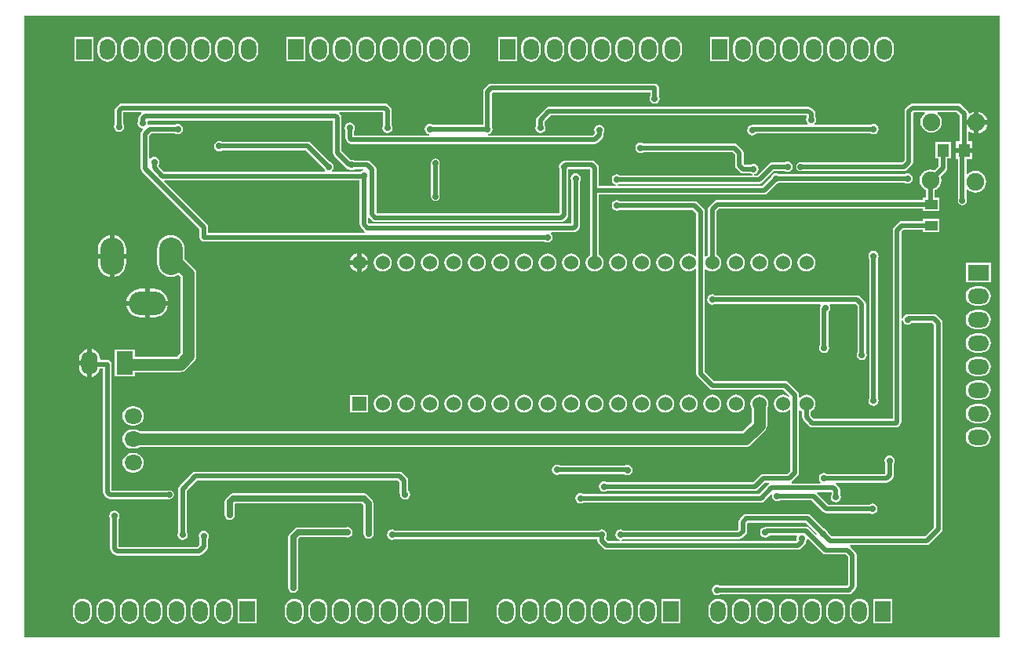
<source format=gbl>
G04*
G04 #@! TF.GenerationSoftware,Altium Limited,Altium Designer,18.1.6 (161)*
G04*
G04 Layer_Physical_Order=2*
G04 Layer_Color=16711680*
%FSLAX25Y25*%
%MOIN*%
G70*
G01*
G75*
%ADD20R,0.05000X0.05500*%
%ADD43C,0.02000*%
%ADD44C,0.05000*%
%ADD45C,0.02500*%
%ADD46R,0.06000X0.06000*%
%ADD47C,0.06000*%
%ADD48O,0.06500X0.09000*%
%ADD49R,0.06500X0.09000*%
%ADD50R,0.07000X0.10000*%
%ADD51O,0.07000X0.10000*%
%ADD52O,0.07500X0.06500*%
%ADD53O,0.09000X0.06500*%
%ADD54R,0.09000X0.06500*%
%ADD55C,0.07500*%
%ADD56O,0.16000X0.10000*%
%ADD57O,0.10000X0.16000*%
%ADD58C,0.02756*%
%ADD59R,0.05500X0.03937*%
G36*
X560197Y143803D02*
X145803D01*
X145803Y408197D01*
X560197D01*
Y143803D01*
D02*
G37*
%LPC*%
G36*
X445050Y399300D02*
X436950D01*
Y388700D01*
X445050D01*
Y399300D01*
D02*
G37*
G36*
X355050D02*
X346950D01*
Y388700D01*
X355050D01*
Y399300D01*
D02*
G37*
G36*
X265050D02*
X256950D01*
Y388700D01*
X265050D01*
Y399300D01*
D02*
G37*
G36*
X175050D02*
X166950D01*
Y388700D01*
X175050D01*
Y399300D01*
D02*
G37*
G36*
X511000Y399335D02*
X509943Y399196D01*
X508957Y398788D01*
X508111Y398138D01*
X507462Y397292D01*
X507054Y396307D01*
X506915Y395250D01*
Y392750D01*
X507054Y391693D01*
X507462Y390707D01*
X508111Y389861D01*
X508957Y389212D01*
X509943Y388804D01*
X511000Y388665D01*
X512057Y388804D01*
X513042Y389212D01*
X513889Y389861D01*
X514538Y390707D01*
X514946Y391693D01*
X515085Y392750D01*
Y395250D01*
X514946Y396307D01*
X514538Y397292D01*
X513889Y398138D01*
X513042Y398788D01*
X512057Y399196D01*
X511000Y399335D01*
D02*
G37*
G36*
X501000D02*
X499943Y399196D01*
X498957Y398788D01*
X498111Y398138D01*
X497462Y397292D01*
X497054Y396307D01*
X496915Y395250D01*
Y392750D01*
X497054Y391693D01*
X497462Y390707D01*
X498111Y389861D01*
X498957Y389212D01*
X499943Y388804D01*
X501000Y388665D01*
X502057Y388804D01*
X503043Y389212D01*
X503889Y389861D01*
X504538Y390707D01*
X504946Y391693D01*
X505085Y392750D01*
Y395250D01*
X504946Y396307D01*
X504538Y397292D01*
X503889Y398138D01*
X503043Y398788D01*
X502057Y399196D01*
X501000Y399335D01*
D02*
G37*
G36*
X491000D02*
X489943Y399196D01*
X488958Y398788D01*
X488111Y398138D01*
X487462Y397292D01*
X487054Y396307D01*
X486915Y395250D01*
Y392750D01*
X487054Y391693D01*
X487462Y390707D01*
X488111Y389861D01*
X488958Y389212D01*
X489943Y388804D01*
X491000Y388665D01*
X492057Y388804D01*
X493043Y389212D01*
X493889Y389861D01*
X494538Y390707D01*
X494946Y391693D01*
X495085Y392750D01*
Y395250D01*
X494946Y396307D01*
X494538Y397292D01*
X493889Y398138D01*
X493043Y398788D01*
X492057Y399196D01*
X491000Y399335D01*
D02*
G37*
G36*
X481000D02*
X479943Y399196D01*
X478958Y398788D01*
X478112Y398138D01*
X477462Y397292D01*
X477054Y396307D01*
X476915Y395250D01*
Y392750D01*
X477054Y391693D01*
X477462Y390707D01*
X478112Y389861D01*
X478958Y389212D01*
X479943Y388804D01*
X481000Y388665D01*
X482057Y388804D01*
X483042Y389212D01*
X483888Y389861D01*
X484538Y390707D01*
X484946Y391693D01*
X485085Y392750D01*
Y395250D01*
X484946Y396307D01*
X484538Y397292D01*
X483888Y398138D01*
X483042Y398788D01*
X482057Y399196D01*
X481000Y399335D01*
D02*
G37*
G36*
X471000D02*
X469943Y399196D01*
X468958Y398788D01*
X468112Y398138D01*
X467462Y397292D01*
X467054Y396307D01*
X466915Y395250D01*
Y392750D01*
X467054Y391693D01*
X467462Y390707D01*
X468112Y389861D01*
X468958Y389212D01*
X469943Y388804D01*
X471000Y388665D01*
X472057Y388804D01*
X473042Y389212D01*
X473888Y389861D01*
X474538Y390707D01*
X474946Y391693D01*
X475085Y392750D01*
Y395250D01*
X474946Y396307D01*
X474538Y397292D01*
X473888Y398138D01*
X473042Y398788D01*
X472057Y399196D01*
X471000Y399335D01*
D02*
G37*
G36*
X461000D02*
X459943Y399196D01*
X458957Y398788D01*
X458111Y398138D01*
X457462Y397292D01*
X457054Y396307D01*
X456915Y395250D01*
Y392750D01*
X457054Y391693D01*
X457462Y390707D01*
X458111Y389861D01*
X458957Y389212D01*
X459943Y388804D01*
X461000Y388665D01*
X462057Y388804D01*
X463042Y389212D01*
X463889Y389861D01*
X464538Y390707D01*
X464946Y391693D01*
X465085Y392750D01*
Y395250D01*
X464946Y396307D01*
X464538Y397292D01*
X463889Y398138D01*
X463042Y398788D01*
X462057Y399196D01*
X461000Y399335D01*
D02*
G37*
G36*
X451000D02*
X449943Y399196D01*
X448957Y398788D01*
X448111Y398138D01*
X447462Y397292D01*
X447054Y396307D01*
X446915Y395250D01*
Y392750D01*
X447054Y391693D01*
X447462Y390707D01*
X448111Y389861D01*
X448957Y389212D01*
X449943Y388804D01*
X451000Y388665D01*
X452057Y388804D01*
X453043Y389212D01*
X453889Y389861D01*
X454538Y390707D01*
X454946Y391693D01*
X455085Y392750D01*
Y395250D01*
X454946Y396307D01*
X454538Y397292D01*
X453889Y398138D01*
X453043Y398788D01*
X452057Y399196D01*
X451000Y399335D01*
D02*
G37*
G36*
X421000D02*
X419943Y399196D01*
X418958Y398788D01*
X418112Y398138D01*
X417462Y397292D01*
X417054Y396307D01*
X416915Y395250D01*
Y392750D01*
X417054Y391693D01*
X417462Y390707D01*
X418112Y389861D01*
X418958Y389212D01*
X419943Y388804D01*
X421000Y388665D01*
X422057Y388804D01*
X423042Y389212D01*
X423888Y389861D01*
X424538Y390707D01*
X424946Y391693D01*
X425085Y392750D01*
Y395250D01*
X424946Y396307D01*
X424538Y397292D01*
X423888Y398138D01*
X423042Y398788D01*
X422057Y399196D01*
X421000Y399335D01*
D02*
G37*
G36*
X411000D02*
X409943Y399196D01*
X408957Y398788D01*
X408111Y398138D01*
X407462Y397292D01*
X407054Y396307D01*
X406915Y395250D01*
Y392750D01*
X407054Y391693D01*
X407462Y390707D01*
X408111Y389861D01*
X408957Y389212D01*
X409943Y388804D01*
X411000Y388665D01*
X412057Y388804D01*
X413042Y389212D01*
X413889Y389861D01*
X414538Y390707D01*
X414946Y391693D01*
X415085Y392750D01*
Y395250D01*
X414946Y396307D01*
X414538Y397292D01*
X413889Y398138D01*
X413042Y398788D01*
X412057Y399196D01*
X411000Y399335D01*
D02*
G37*
G36*
X401000D02*
X399943Y399196D01*
X398957Y398788D01*
X398112Y398138D01*
X397462Y397292D01*
X397054Y396307D01*
X396915Y395250D01*
Y392750D01*
X397054Y391693D01*
X397462Y390707D01*
X398112Y389861D01*
X398957Y389212D01*
X399943Y388804D01*
X401000Y388665D01*
X402057Y388804D01*
X403043Y389212D01*
X403889Y389861D01*
X404538Y390707D01*
X404946Y391693D01*
X405085Y392750D01*
Y395250D01*
X404946Y396307D01*
X404538Y397292D01*
X403889Y398138D01*
X403043Y398788D01*
X402057Y399196D01*
X401000Y399335D01*
D02*
G37*
G36*
X391000D02*
X389943Y399196D01*
X388958Y398788D01*
X388111Y398138D01*
X387462Y397292D01*
X387054Y396307D01*
X386915Y395250D01*
Y392750D01*
X387054Y391693D01*
X387462Y390707D01*
X388111Y389861D01*
X388958Y389212D01*
X389943Y388804D01*
X391000Y388665D01*
X392057Y388804D01*
X393042Y389212D01*
X393888Y389861D01*
X394538Y390707D01*
X394946Y391693D01*
X395085Y392750D01*
Y395250D01*
X394946Y396307D01*
X394538Y397292D01*
X393888Y398138D01*
X393042Y398788D01*
X392057Y399196D01*
X391000Y399335D01*
D02*
G37*
G36*
X381000D02*
X379943Y399196D01*
X378958Y398788D01*
X378112Y398138D01*
X377462Y397292D01*
X377054Y396307D01*
X376915Y395250D01*
Y392750D01*
X377054Y391693D01*
X377462Y390707D01*
X378112Y389861D01*
X378958Y389212D01*
X379943Y388804D01*
X381000Y388665D01*
X382057Y388804D01*
X383043Y389212D01*
X383889Y389861D01*
X384538Y390707D01*
X384946Y391693D01*
X385085Y392750D01*
Y395250D01*
X384946Y396307D01*
X384538Y397292D01*
X383889Y398138D01*
X383043Y398788D01*
X382057Y399196D01*
X381000Y399335D01*
D02*
G37*
G36*
X371000D02*
X369943Y399196D01*
X368957Y398788D01*
X368111Y398138D01*
X367462Y397292D01*
X367054Y396307D01*
X366915Y395250D01*
Y392750D01*
X367054Y391693D01*
X367462Y390707D01*
X368111Y389861D01*
X368957Y389212D01*
X369943Y388804D01*
X371000Y388665D01*
X372057Y388804D01*
X373042Y389212D01*
X373888Y389861D01*
X374538Y390707D01*
X374946Y391693D01*
X375085Y392750D01*
Y395250D01*
X374946Y396307D01*
X374538Y397292D01*
X373888Y398138D01*
X373042Y398788D01*
X372057Y399196D01*
X371000Y399335D01*
D02*
G37*
G36*
X361000D02*
X359943Y399196D01*
X358958Y398788D01*
X358112Y398138D01*
X357462Y397292D01*
X357054Y396307D01*
X356915Y395250D01*
Y392750D01*
X357054Y391693D01*
X357462Y390707D01*
X358112Y389861D01*
X358958Y389212D01*
X359943Y388804D01*
X361000Y388665D01*
X362057Y388804D01*
X363042Y389212D01*
X363889Y389861D01*
X364538Y390707D01*
X364946Y391693D01*
X365085Y392750D01*
Y395250D01*
X364946Y396307D01*
X364538Y397292D01*
X363889Y398138D01*
X363042Y398788D01*
X362057Y399196D01*
X361000Y399335D01*
D02*
G37*
G36*
X331000D02*
X329943Y399196D01*
X328958Y398788D01*
X328112Y398138D01*
X327462Y397292D01*
X327054Y396307D01*
X326915Y395250D01*
Y392750D01*
X327054Y391693D01*
X327462Y390707D01*
X328112Y389861D01*
X328958Y389212D01*
X329943Y388804D01*
X331000Y388665D01*
X332057Y388804D01*
X333043Y389212D01*
X333889Y389861D01*
X334538Y390707D01*
X334946Y391693D01*
X335085Y392750D01*
Y395250D01*
X334946Y396307D01*
X334538Y397292D01*
X333889Y398138D01*
X333043Y398788D01*
X332057Y399196D01*
X331000Y399335D01*
D02*
G37*
G36*
X321000D02*
X319943Y399196D01*
X318957Y398788D01*
X318111Y398138D01*
X317462Y397292D01*
X317054Y396307D01*
X316915Y395250D01*
Y392750D01*
X317054Y391693D01*
X317462Y390707D01*
X318111Y389861D01*
X318957Y389212D01*
X319943Y388804D01*
X321000Y388665D01*
X322057Y388804D01*
X323042Y389212D01*
X323888Y389861D01*
X324538Y390707D01*
X324946Y391693D01*
X325085Y392750D01*
Y395250D01*
X324946Y396307D01*
X324538Y397292D01*
X323888Y398138D01*
X323042Y398788D01*
X322057Y399196D01*
X321000Y399335D01*
D02*
G37*
G36*
X311000D02*
X309943Y399196D01*
X308958Y398788D01*
X308112Y398138D01*
X307462Y397292D01*
X307054Y396307D01*
X306915Y395250D01*
Y392750D01*
X307054Y391693D01*
X307462Y390707D01*
X308112Y389861D01*
X308958Y389212D01*
X309943Y388804D01*
X311000Y388665D01*
X312057Y388804D01*
X313042Y389212D01*
X313889Y389861D01*
X314538Y390707D01*
X314946Y391693D01*
X315085Y392750D01*
Y395250D01*
X314946Y396307D01*
X314538Y397292D01*
X313889Y398138D01*
X313042Y398788D01*
X312057Y399196D01*
X311000Y399335D01*
D02*
G37*
G36*
X301000D02*
X299943Y399196D01*
X298957Y398788D01*
X298112Y398138D01*
X297462Y397292D01*
X297054Y396307D01*
X296915Y395250D01*
Y392750D01*
X297054Y391693D01*
X297462Y390707D01*
X298112Y389861D01*
X298957Y389212D01*
X299943Y388804D01*
X301000Y388665D01*
X302057Y388804D01*
X303043Y389212D01*
X303889Y389861D01*
X304538Y390707D01*
X304946Y391693D01*
X305085Y392750D01*
Y395250D01*
X304946Y396307D01*
X304538Y397292D01*
X303889Y398138D01*
X303043Y398788D01*
X302057Y399196D01*
X301000Y399335D01*
D02*
G37*
G36*
X291000D02*
X289943Y399196D01*
X288958Y398788D01*
X288111Y398138D01*
X287462Y397292D01*
X287054Y396307D01*
X286915Y395250D01*
Y392750D01*
X287054Y391693D01*
X287462Y390707D01*
X288111Y389861D01*
X288958Y389212D01*
X289943Y388804D01*
X291000Y388665D01*
X292057Y388804D01*
X293042Y389212D01*
X293888Y389861D01*
X294538Y390707D01*
X294946Y391693D01*
X295085Y392750D01*
Y395250D01*
X294946Y396307D01*
X294538Y397292D01*
X293888Y398138D01*
X293042Y398788D01*
X292057Y399196D01*
X291000Y399335D01*
D02*
G37*
G36*
X281000D02*
X279943Y399196D01*
X278958Y398788D01*
X278112Y398138D01*
X277462Y397292D01*
X277054Y396307D01*
X276915Y395250D01*
Y392750D01*
X277054Y391693D01*
X277462Y390707D01*
X278112Y389861D01*
X278958Y389212D01*
X279943Y388804D01*
X281000Y388665D01*
X282057Y388804D01*
X283043Y389212D01*
X283889Y389861D01*
X284538Y390707D01*
X284946Y391693D01*
X285085Y392750D01*
Y395250D01*
X284946Y396307D01*
X284538Y397292D01*
X283889Y398138D01*
X283043Y398788D01*
X282057Y399196D01*
X281000Y399335D01*
D02*
G37*
G36*
X271000D02*
X269943Y399196D01*
X268957Y398788D01*
X268111Y398138D01*
X267462Y397292D01*
X267054Y396307D01*
X266915Y395250D01*
Y392750D01*
X267054Y391693D01*
X267462Y390707D01*
X268111Y389861D01*
X268957Y389212D01*
X269943Y388804D01*
X271000Y388665D01*
X272057Y388804D01*
X273042Y389212D01*
X273888Y389861D01*
X274538Y390707D01*
X274946Y391693D01*
X275085Y392750D01*
Y395250D01*
X274946Y396307D01*
X274538Y397292D01*
X273888Y398138D01*
X273042Y398788D01*
X272057Y399196D01*
X271000Y399335D01*
D02*
G37*
G36*
X241000D02*
X239943Y399196D01*
X238958Y398788D01*
X238111Y398138D01*
X237462Y397292D01*
X237054Y396307D01*
X236915Y395250D01*
Y392750D01*
X237054Y391693D01*
X237462Y390707D01*
X238111Y389861D01*
X238958Y389212D01*
X239943Y388804D01*
X241000Y388665D01*
X242057Y388804D01*
X243042Y389212D01*
X243888Y389861D01*
X244538Y390707D01*
X244946Y391693D01*
X245085Y392750D01*
Y395250D01*
X244946Y396307D01*
X244538Y397292D01*
X243888Y398138D01*
X243042Y398788D01*
X242057Y399196D01*
X241000Y399335D01*
D02*
G37*
G36*
X231000D02*
X229943Y399196D01*
X228958Y398788D01*
X228112Y398138D01*
X227462Y397292D01*
X227054Y396307D01*
X226915Y395250D01*
Y392750D01*
X227054Y391693D01*
X227462Y390707D01*
X228112Y389861D01*
X228958Y389212D01*
X229943Y388804D01*
X231000Y388665D01*
X232057Y388804D01*
X233043Y389212D01*
X233889Y389861D01*
X234538Y390707D01*
X234946Y391693D01*
X235085Y392750D01*
Y395250D01*
X234946Y396307D01*
X234538Y397292D01*
X233889Y398138D01*
X233043Y398788D01*
X232057Y399196D01*
X231000Y399335D01*
D02*
G37*
G36*
X221000D02*
X219943Y399196D01*
X218957Y398788D01*
X218111Y398138D01*
X217462Y397292D01*
X217054Y396307D01*
X216915Y395250D01*
Y392750D01*
X217054Y391693D01*
X217462Y390707D01*
X218111Y389861D01*
X218957Y389212D01*
X219943Y388804D01*
X221000Y388665D01*
X222057Y388804D01*
X223042Y389212D01*
X223888Y389861D01*
X224538Y390707D01*
X224946Y391693D01*
X225085Y392750D01*
Y395250D01*
X224946Y396307D01*
X224538Y397292D01*
X223888Y398138D01*
X223042Y398788D01*
X222057Y399196D01*
X221000Y399335D01*
D02*
G37*
G36*
X211000D02*
X209943Y399196D01*
X208958Y398788D01*
X208112Y398138D01*
X207462Y397292D01*
X207054Y396307D01*
X206915Y395250D01*
Y392750D01*
X207054Y391693D01*
X207462Y390707D01*
X208112Y389861D01*
X208958Y389212D01*
X209943Y388804D01*
X211000Y388665D01*
X212057Y388804D01*
X213042Y389212D01*
X213889Y389861D01*
X214538Y390707D01*
X214946Y391693D01*
X215085Y392750D01*
Y395250D01*
X214946Y396307D01*
X214538Y397292D01*
X213889Y398138D01*
X213042Y398788D01*
X212057Y399196D01*
X211000Y399335D01*
D02*
G37*
G36*
X201000D02*
X199943Y399196D01*
X198958Y398788D01*
X198111Y398138D01*
X197462Y397292D01*
X197054Y396307D01*
X196915Y395250D01*
Y392750D01*
X197054Y391693D01*
X197462Y390707D01*
X198111Y389861D01*
X198958Y389212D01*
X199943Y388804D01*
X201000Y388665D01*
X202057Y388804D01*
X203043Y389212D01*
X203889Y389861D01*
X204538Y390707D01*
X204946Y391693D01*
X205085Y392750D01*
Y395250D01*
X204946Y396307D01*
X204538Y397292D01*
X203889Y398138D01*
X203043Y398788D01*
X202057Y399196D01*
X201000Y399335D01*
D02*
G37*
G36*
X191000D02*
X189943Y399196D01*
X188958Y398788D01*
X188111Y398138D01*
X187462Y397292D01*
X187054Y396307D01*
X186915Y395250D01*
Y392750D01*
X187054Y391693D01*
X187462Y390707D01*
X188111Y389861D01*
X188958Y389212D01*
X189943Y388804D01*
X191000Y388665D01*
X192057Y388804D01*
X193043Y389212D01*
X193888Y389861D01*
X194538Y390707D01*
X194946Y391693D01*
X195085Y392750D01*
Y395250D01*
X194946Y396307D01*
X194538Y397292D01*
X193888Y398138D01*
X193043Y398788D01*
X192057Y399196D01*
X191000Y399335D01*
D02*
G37*
G36*
X181000D02*
X179943Y399196D01*
X178957Y398788D01*
X178112Y398138D01*
X177462Y397292D01*
X177054Y396307D01*
X176915Y395250D01*
Y392750D01*
X177054Y391693D01*
X177462Y390707D01*
X178112Y389861D01*
X178957Y389212D01*
X179943Y388804D01*
X181000Y388665D01*
X182057Y388804D01*
X183043Y389212D01*
X183888Y389861D01*
X184538Y390707D01*
X184946Y391693D01*
X185085Y392750D01*
Y395250D01*
X184946Y396307D01*
X184538Y397292D01*
X183888Y398138D01*
X183043Y398788D01*
X182057Y399196D01*
X181000Y399335D01*
D02*
G37*
G36*
X413500Y379335D02*
X344000D01*
X343298Y379196D01*
X342702Y378798D01*
X341202Y377298D01*
X340804Y376702D01*
X340665Y376000D01*
Y361835D01*
X319174D01*
X318850Y362052D01*
X318000Y362221D01*
X317150Y362052D01*
X316430Y361570D01*
X315948Y360850D01*
X315779Y360000D01*
X315948Y359150D01*
X316430Y358430D01*
X317150Y357948D01*
X317719Y357835D01*
X317670Y357335D01*
X285835D01*
Y359327D01*
X286052Y359650D01*
X286221Y360500D01*
X286052Y361350D01*
X285570Y362070D01*
X284850Y362552D01*
X284000Y362721D01*
X283150Y362552D01*
X282430Y362070D01*
X281948Y361350D01*
X281779Y360500D01*
X281948Y359650D01*
X282165Y359327D01*
Y356062D01*
X282304Y355360D01*
X282702Y354765D01*
X283264Y354202D01*
X283860Y353804D01*
X284562Y353665D01*
X388000D01*
X388702Y353804D01*
X389298Y354202D01*
X391298Y356202D01*
X391696Y356798D01*
X391835Y357500D01*
Y358426D01*
X392052Y358750D01*
X392221Y359600D01*
X392052Y360450D01*
X391570Y361170D01*
X390850Y361652D01*
X390000Y361821D01*
X389150Y361652D01*
X388430Y361170D01*
X387948Y360450D01*
X387779Y359600D01*
X387948Y358750D01*
X388165Y358426D01*
Y358260D01*
X387240Y357335D01*
X342830D01*
X342781Y357835D01*
X343350Y357948D01*
X344070Y358430D01*
X344552Y359150D01*
X344721Y360000D01*
X344552Y360850D01*
X344335Y361174D01*
Y375240D01*
X344760Y375665D01*
X411665D01*
Y374173D01*
X411448Y373850D01*
X411279Y373000D01*
X411448Y372150D01*
X411930Y371430D01*
X412650Y370948D01*
X413500Y370779D01*
X414350Y370948D01*
X415070Y371430D01*
X415552Y372150D01*
X415721Y373000D01*
X415552Y373850D01*
X415335Y374173D01*
Y377500D01*
X415196Y378202D01*
X414798Y378798D01*
X414202Y379196D01*
X413500Y379335D01*
D02*
G37*
G36*
X551200Y367359D02*
Y363700D01*
X554859D01*
X554828Y363940D01*
X554349Y365095D01*
X553588Y366088D01*
X552596Y366849D01*
X551440Y367328D01*
X551200Y367359D01*
D02*
G37*
G36*
X299000Y370835D02*
X187000D01*
X186298Y370696D01*
X185702Y370298D01*
X184702Y369298D01*
X184304Y368702D01*
X184165Y368000D01*
Y362174D01*
X183948Y361850D01*
X183779Y361000D01*
X183948Y360150D01*
X184430Y359430D01*
X185150Y358948D01*
X186000Y358779D01*
X186850Y358948D01*
X187570Y359430D01*
X188052Y360150D01*
X188221Y361000D01*
X188052Y361850D01*
X187835Y362174D01*
Y367165D01*
X195381D01*
X195569Y366665D01*
X194702Y365798D01*
X194304Y365202D01*
X194165Y364500D01*
Y363673D01*
X193948Y363350D01*
X193779Y362500D01*
X193948Y361650D01*
X194430Y360930D01*
X195150Y360448D01*
X195981Y360283D01*
X196037Y360200D01*
X196217Y359813D01*
X195702Y359298D01*
X195304Y358702D01*
X195165Y358000D01*
Y343300D01*
X195304Y342598D01*
X195702Y342002D01*
X220165Y317540D01*
Y314000D01*
X220304Y313298D01*
X220702Y312702D01*
X221298Y312304D01*
X222000Y312165D01*
X366827D01*
X367150Y311948D01*
X368000Y311779D01*
X368850Y311948D01*
X369570Y312430D01*
X370052Y313150D01*
X370221Y314000D01*
X370052Y314850D01*
X369570Y315570D01*
X369730Y316065D01*
X379000D01*
X379702Y316204D01*
X380298Y316602D01*
X381298Y317602D01*
X381696Y318198D01*
X381835Y318900D01*
Y337826D01*
X382052Y338150D01*
X382221Y339000D01*
X382052Y339850D01*
X381570Y340570D01*
X380850Y341052D01*
X380000Y341221D01*
X379150Y341052D01*
X378430Y340570D01*
X377948Y339850D01*
X377779Y339000D01*
X377948Y338150D01*
X378165Y337826D01*
Y319735D01*
X292260D01*
X291835Y320160D01*
Y322081D01*
X292335Y322269D01*
X293602Y321002D01*
X294198Y320604D01*
X294900Y320465D01*
X373700D01*
X374402Y320604D01*
X374998Y321002D01*
X376298Y322302D01*
X376696Y322898D01*
X376835Y323600D01*
Y342827D01*
X376928Y342965D01*
X385940D01*
X386165Y342740D01*
Y334000D01*
Y306553D01*
X386084Y306519D01*
X385290Y305910D01*
X384681Y305116D01*
X384298Y304192D01*
X384167Y303200D01*
X384298Y302208D01*
X384681Y301284D01*
X385290Y300490D01*
X386084Y299881D01*
X387008Y299498D01*
X388000Y299367D01*
X388992Y299498D01*
X389916Y299881D01*
X390710Y300490D01*
X391319Y301284D01*
X391702Y302208D01*
X391833Y303200D01*
X391702Y304192D01*
X391319Y305116D01*
X390710Y305910D01*
X389916Y306519D01*
X389835Y306553D01*
Y332165D01*
X460000Y332165D01*
X460702Y332304D01*
X461298Y332702D01*
X465468Y336872D01*
X465850Y336948D01*
X466174Y337165D01*
X519827D01*
X520150Y336948D01*
X521000Y336779D01*
X521850Y336948D01*
X522570Y337430D01*
X523052Y338150D01*
X523221Y339000D01*
X523052Y339850D01*
X522570Y340570D01*
X521850Y341052D01*
X521000Y341221D01*
X520150Y341052D01*
X519827Y340835D01*
X466174D01*
X465850Y341052D01*
X465000Y341221D01*
X464150Y341052D01*
X463430Y340570D01*
X462948Y339850D01*
X462873Y339468D01*
X459240Y335835D01*
X397830Y335835D01*
X397781Y336335D01*
X398350Y336448D01*
X398674Y336665D01*
X458000D01*
X458702Y336804D01*
X459298Y337202D01*
X464260Y342165D01*
X468826D01*
X469150Y341948D01*
X470000Y341779D01*
X470850Y341948D01*
X471570Y342430D01*
X472052Y343150D01*
X472221Y344000D01*
X472052Y344850D01*
X471570Y345570D01*
X470850Y346052D01*
X470000Y346221D01*
X469150Y346052D01*
X468826Y345835D01*
X463500D01*
X462798Y345696D01*
X462202Y345298D01*
X457240Y340335D01*
X455830D01*
X455781Y340835D01*
X456350Y340948D01*
X457070Y341430D01*
X457552Y342150D01*
X457721Y343000D01*
X457552Y343850D01*
X457070Y344570D01*
X456350Y345052D01*
X455500Y345221D01*
X454650Y345052D01*
X454326Y344835D01*
X451760D01*
X451335Y345260D01*
Y350000D01*
X451196Y350702D01*
X450798Y351298D01*
X448798Y353298D01*
X448202Y353696D01*
X447500Y353835D01*
X408673D01*
X408350Y354052D01*
X407500Y354221D01*
X406650Y354052D01*
X405930Y353570D01*
X405448Y352850D01*
X405279Y352000D01*
X405448Y351150D01*
X405930Y350430D01*
X406650Y349948D01*
X407500Y349779D01*
X408350Y349948D01*
X408673Y350165D01*
X446740D01*
X447665Y349240D01*
Y344500D01*
X447804Y343798D01*
X448202Y343202D01*
X449702Y341702D01*
X450298Y341304D01*
X451000Y341165D01*
X454326D01*
X454650Y340948D01*
X455219Y340835D01*
X455170Y340335D01*
X398674D01*
X398350Y340552D01*
X397500Y340721D01*
X396650Y340552D01*
X395930Y340070D01*
X395448Y339350D01*
X395279Y338500D01*
X395448Y337650D01*
X395930Y336930D01*
X396650Y336448D01*
X397219Y336335D01*
X397170Y335835D01*
X389835D01*
Y343500D01*
X389696Y344202D01*
X389298Y344798D01*
X387998Y346098D01*
X387402Y346496D01*
X386700Y346635D01*
X375800D01*
X375098Y346496D01*
X374553Y346132D01*
X374150Y346052D01*
X373430Y345570D01*
X372948Y344850D01*
X372779Y344000D01*
X372948Y343150D01*
X373165Y342827D01*
Y324360D01*
X372940Y324135D01*
X295660D01*
X295335Y324460D01*
Y342800D01*
X295196Y343502D01*
X294798Y344098D01*
X292898Y345998D01*
X292302Y346396D01*
X291600Y346535D01*
X286073D01*
X285750Y346752D01*
X284900Y346921D01*
X284295Y346800D01*
X280585Y350510D01*
Y364750D01*
X280446Y365452D01*
X280048Y366048D01*
X279431Y366665D01*
X279619Y367165D01*
X298165D01*
Y361673D01*
X297948Y361350D01*
X297779Y360500D01*
X297948Y359650D01*
X298430Y358930D01*
X299150Y358448D01*
X300000Y358279D01*
X300850Y358448D01*
X301570Y358930D01*
X302052Y359650D01*
X302221Y360500D01*
X302052Y361350D01*
X301835Y361673D01*
Y368000D01*
X301696Y368702D01*
X301298Y369298D01*
X300298Y370298D01*
X299702Y370696D01*
X299586Y370719D01*
X299000Y370835D01*
D02*
G37*
G36*
X554859Y361700D02*
X551200D01*
Y358041D01*
X551440Y358072D01*
X552596Y358551D01*
X553588Y359312D01*
X554349Y360304D01*
X554828Y361460D01*
X554859Y361700D01*
D02*
G37*
G36*
X542600Y370835D02*
X523000D01*
X522298Y370696D01*
X521702Y370298D01*
X520202Y368798D01*
X519804Y368202D01*
X519665Y367500D01*
Y346760D01*
X518740Y345835D01*
X475500D01*
X474798Y345696D01*
X474202Y345298D01*
X473804Y344702D01*
X473665Y344000D01*
X473804Y343298D01*
X474202Y342702D01*
X474798Y342304D01*
X475500Y342165D01*
X519500D01*
X520202Y342304D01*
X520798Y342702D01*
X522798Y344702D01*
X523196Y345298D01*
X523335Y346000D01*
Y366740D01*
X523760Y367165D01*
X528132D01*
X528302Y366665D01*
X527755Y366245D01*
X527026Y365295D01*
X526567Y364188D01*
X526411Y363000D01*
X526567Y361812D01*
X527026Y360705D01*
X527755Y359755D01*
X528705Y359026D01*
X529812Y358567D01*
X531000Y358411D01*
X532188Y358567D01*
X533295Y359026D01*
X534245Y359755D01*
X534974Y360705D01*
X535433Y361812D01*
X535589Y363000D01*
X535433Y364188D01*
X534974Y365295D01*
X534245Y366245D01*
X533698Y366665D01*
X533868Y367165D01*
X541840D01*
X543165Y365840D01*
Y362900D01*
Y354750D01*
X541500D01*
Y352000D01*
X548500D01*
Y354750D01*
X546835D01*
Y358729D01*
X547284Y358950D01*
X547804Y358551D01*
X548960Y358072D01*
X549200Y358041D01*
Y362700D01*
Y367359D01*
X548960Y367328D01*
X547804Y366849D01*
X547275Y366443D01*
X546812Y366718D01*
X546696Y367302D01*
X546298Y367898D01*
X543898Y370298D01*
X543302Y370696D01*
X543186Y370719D01*
X542600Y370835D01*
D02*
G37*
G36*
X478900Y369435D02*
X368600D01*
X367898Y369296D01*
X367302Y368898D01*
X363702Y365298D01*
X363304Y364702D01*
X363165Y364000D01*
Y361673D01*
X362948Y361350D01*
X362779Y360500D01*
X362948Y359650D01*
X363430Y358930D01*
X364150Y358448D01*
X365000Y358279D01*
X365850Y358448D01*
X366570Y358930D01*
X367052Y359650D01*
X367221Y360500D01*
X367052Y361350D01*
X366835Y361673D01*
Y363240D01*
X369360Y365765D01*
X478140D01*
X478165Y365740D01*
Y365174D01*
X477948Y364850D01*
X477779Y364000D01*
X477948Y363150D01*
X478430Y362430D01*
X478571Y362335D01*
X478420Y361835D01*
X455500D01*
X454798Y361696D01*
X454765Y361674D01*
X454150Y361552D01*
X453430Y361070D01*
X452948Y360350D01*
X452779Y359500D01*
X452948Y358650D01*
X453430Y357930D01*
X454150Y357448D01*
X455000Y357279D01*
X455850Y357448D01*
X456570Y357930D01*
X456727Y358165D01*
X505327D01*
X505650Y357948D01*
X506500Y357779D01*
X507350Y357948D01*
X508070Y358430D01*
X508552Y359150D01*
X508721Y360000D01*
X508552Y360850D01*
X508070Y361570D01*
X507350Y362052D01*
X506500Y362221D01*
X505650Y362052D01*
X505327Y361835D01*
X481580D01*
X481429Y362335D01*
X481570Y362430D01*
X482052Y363150D01*
X482221Y364000D01*
X482052Y364850D01*
X481835Y365174D01*
Y366500D01*
X481696Y367202D01*
X481298Y367798D01*
X480198Y368898D01*
X479602Y369296D01*
X479486Y369319D01*
X478900Y369435D01*
D02*
G37*
G36*
X539300Y354550D02*
X532700D01*
Y347450D01*
X534165D01*
Y344260D01*
X532347Y342443D01*
X531888Y342633D01*
X530700Y342789D01*
X529512Y342633D01*
X528405Y342174D01*
X527455Y341445D01*
X526726Y340495D01*
X526267Y339388D01*
X526111Y338200D01*
X526267Y337012D01*
X526726Y335905D01*
X527455Y334955D01*
X528405Y334226D01*
X528865Y334035D01*
Y330769D01*
X527450D01*
Y329835D01*
X440000D01*
X439298Y329696D01*
X438702Y329298D01*
X436702Y327298D01*
X436304Y326702D01*
X436165Y326000D01*
Y306553D01*
X436084Y306519D01*
X435335Y305945D01*
X434966Y306020D01*
X434835Y306065D01*
Y325000D01*
X434696Y325702D01*
X434298Y326298D01*
X431798Y328798D01*
X431202Y329196D01*
X430500Y329335D01*
X398674D01*
X398350Y329552D01*
X397500Y329721D01*
X396650Y329552D01*
X395930Y329070D01*
X395448Y328350D01*
X395279Y327500D01*
X395448Y326650D01*
X395930Y325930D01*
X396650Y325448D01*
X397500Y325279D01*
X398350Y325448D01*
X398674Y325665D01*
X429740D01*
X431165Y324240D01*
Y306065D01*
X431035Y306020D01*
X430665Y305945D01*
X429916Y306519D01*
X428992Y306902D01*
X428000Y307033D01*
X427008Y306902D01*
X426084Y306519D01*
X425290Y305910D01*
X424681Y305116D01*
X424298Y304192D01*
X424167Y303200D01*
X424298Y302208D01*
X424681Y301284D01*
X425290Y300490D01*
X426084Y299881D01*
X427008Y299498D01*
X428000Y299367D01*
X428992Y299498D01*
X429916Y299881D01*
X430665Y300455D01*
X431035Y300380D01*
X431165Y300336D01*
Y256000D01*
X431304Y255298D01*
X431702Y254702D01*
X436702Y249702D01*
X437298Y249304D01*
X438000Y249165D01*
X468240D01*
X470901Y246503D01*
X470874Y246414D01*
X470296Y246228D01*
X469916Y246519D01*
X468992Y246902D01*
X468000Y247033D01*
X467008Y246902D01*
X466084Y246519D01*
X465290Y245910D01*
X464681Y245116D01*
X464298Y244192D01*
X464167Y243200D01*
X464298Y242208D01*
X464681Y241284D01*
X465290Y240490D01*
X466084Y239881D01*
X467008Y239498D01*
X468000Y239367D01*
X468992Y239498D01*
X469916Y239881D01*
X470665Y240455D01*
X471034Y240380D01*
X471165Y240335D01*
Y214630D01*
X469870Y213335D01*
X459678D01*
X458976Y213196D01*
X458380Y212798D01*
X455418Y209835D01*
X393174D01*
X392850Y210052D01*
X392000Y210221D01*
X391150Y210052D01*
X390430Y209570D01*
X389948Y208850D01*
X389779Y208000D01*
X389948Y207150D01*
X390430Y206430D01*
X391150Y205948D01*
X392000Y205779D01*
X392850Y205948D01*
X393174Y206165D01*
X456178D01*
X456880Y206304D01*
X457476Y206702D01*
X460438Y209665D01*
X462097D01*
X462157Y209581D01*
X462036Y208902D01*
X461880Y208798D01*
X457918Y204835D01*
X383173D01*
X382850Y205052D01*
X382000Y205221D01*
X381150Y205052D01*
X380430Y204570D01*
X379948Y203850D01*
X379779Y203000D01*
X379948Y202150D01*
X380430Y201430D01*
X381150Y200948D01*
X382000Y200779D01*
X382850Y200948D01*
X383173Y201165D01*
X458678D01*
X459380Y201304D01*
X459976Y201702D01*
X462893Y204619D01*
X463354Y204373D01*
X463279Y204000D01*
X463448Y203150D01*
X463930Y202430D01*
X464650Y201948D01*
X465500Y201779D01*
X466350Y201948D01*
X466674Y202165D01*
X480240D01*
X485202Y197202D01*
X485798Y196804D01*
X486500Y196665D01*
X504826D01*
X505150Y196448D01*
X506000Y196279D01*
X506850Y196448D01*
X507570Y196930D01*
X508052Y197650D01*
X508221Y198500D01*
X508052Y199350D01*
X507570Y200070D01*
X506850Y200552D01*
X506000Y200721D01*
X505150Y200552D01*
X504826Y200335D01*
X487260D01*
X482431Y205165D01*
X482619Y205665D01*
X488665D01*
Y204674D01*
X488448Y204350D01*
X488279Y203500D01*
X488448Y202650D01*
X488930Y201930D01*
X489650Y201448D01*
X490500Y201279D01*
X491350Y201448D01*
X492070Y201930D01*
X492552Y202650D01*
X492721Y203500D01*
X492552Y204350D01*
X492335Y204674D01*
Y206500D01*
X492196Y207202D01*
X491798Y207798D01*
X490798Y208798D01*
X490642Y208902D01*
X490521Y209581D01*
X490581Y209665D01*
X512000D01*
X512702Y209804D01*
X513298Y210202D01*
X514668Y211572D01*
X515066Y212168D01*
X515205Y212870D01*
Y217827D01*
X515422Y218150D01*
X515591Y219000D01*
X515422Y219850D01*
X514940Y220570D01*
X514220Y221052D01*
X513370Y221221D01*
X512520Y221052D01*
X511800Y220570D01*
X511318Y219850D01*
X511150Y219000D01*
X511318Y218150D01*
X511535Y217827D01*
Y213630D01*
X511240Y213335D01*
X486673D01*
X486350Y213552D01*
X485500Y213721D01*
X484650Y213552D01*
X483930Y213070D01*
X483448Y212350D01*
X483279Y211500D01*
X483448Y210650D01*
X483930Y209930D01*
X484071Y209835D01*
X483920Y209335D01*
X471711D01*
X471651Y209419D01*
X471772Y210098D01*
X471928Y210202D01*
X474298Y212572D01*
X474696Y213168D01*
X474835Y213870D01*
Y240335D01*
X474965Y240380D01*
X475335Y240455D01*
X476084Y239881D01*
X476165Y239847D01*
Y237500D01*
X476304Y236798D01*
X476702Y236202D01*
X479202Y233702D01*
X479798Y233304D01*
X480500Y233165D01*
X516000D01*
X516702Y233304D01*
X517298Y233702D01*
X517798Y234202D01*
X518196Y234798D01*
X518335Y235500D01*
Y278670D01*
X518835Y278719D01*
X518948Y278150D01*
X519430Y277430D01*
X520150Y276948D01*
X521000Y276779D01*
X521850Y276948D01*
X522570Y277430D01*
X522727Y277665D01*
X531240D01*
X532165Y276740D01*
Y190560D01*
X528440Y186835D01*
X488760D01*
X487127Y188468D01*
X487052Y188850D01*
X486570Y189570D01*
X485850Y190052D01*
X485468Y190128D01*
X479798Y195798D01*
X479202Y196196D01*
X478500Y196335D01*
X452500D01*
X451798Y196196D01*
X451202Y195798D01*
X449702Y194298D01*
X449304Y193702D01*
X449165Y193000D01*
Y189760D01*
X448740Y189335D01*
X400174D01*
X399850Y189552D01*
X399000Y189721D01*
X398150Y189552D01*
X397430Y189070D01*
X396948Y188350D01*
X396779Y187500D01*
X396948Y186650D01*
X397430Y185930D01*
X398150Y185448D01*
X398719Y185335D01*
X398670Y184835D01*
X393760D01*
X392835Y185760D01*
Y186326D01*
X393052Y186650D01*
X393221Y187500D01*
X393052Y188350D01*
X392570Y189070D01*
X391850Y189552D01*
X391000Y189721D01*
X390150Y189552D01*
X389826Y189335D01*
X303173D01*
X302850Y189552D01*
X302000Y189721D01*
X301150Y189552D01*
X300430Y189070D01*
X299948Y188350D01*
X299779Y187500D01*
X299948Y186650D01*
X300430Y185930D01*
X301150Y185448D01*
X302000Y185279D01*
X302850Y185448D01*
X303173Y185665D01*
X389165D01*
Y185000D01*
X389304Y184298D01*
X389702Y183702D01*
X391702Y181702D01*
X392298Y181304D01*
X393000Y181165D01*
X474500D01*
X475202Y181304D01*
X475798Y181702D01*
X477298Y183202D01*
X477696Y183798D01*
X477835Y184500D01*
Y184826D01*
X478052Y185150D01*
X478134Y185564D01*
X478676Y185728D01*
X484702Y179702D01*
X485298Y179304D01*
X486000Y179165D01*
X494740D01*
X495665Y178240D01*
Y166260D01*
X495240Y165835D01*
X441174D01*
X440850Y166052D01*
X440000Y166221D01*
X439150Y166052D01*
X438430Y165570D01*
X437948Y164850D01*
X437779Y164000D01*
X437948Y163150D01*
X438430Y162430D01*
X439150Y161948D01*
X440000Y161779D01*
X440850Y161948D01*
X441174Y162165D01*
X496000D01*
X496702Y162304D01*
X497298Y162702D01*
X498798Y164202D01*
X499196Y164798D01*
X499335Y165500D01*
Y179000D01*
X499196Y179702D01*
X498798Y180298D01*
X496798Y182298D01*
X496642Y182402D01*
X496521Y183081D01*
X496581Y183165D01*
X529200D01*
X529902Y183304D01*
X530498Y183702D01*
X535298Y188502D01*
X535696Y189098D01*
X535835Y189800D01*
Y277500D01*
X535696Y278202D01*
X535298Y278798D01*
X533298Y280798D01*
X532702Y281196D01*
X532000Y281335D01*
X521500D01*
X520798Y281196D01*
X520765Y281174D01*
X520150Y281052D01*
X519430Y280570D01*
X518948Y279850D01*
X518835Y279281D01*
X518335Y279330D01*
Y316240D01*
X519260Y317165D01*
X527450D01*
Y316232D01*
X534550D01*
Y321769D01*
X527450D01*
Y320835D01*
X518500D01*
X517798Y320696D01*
X517202Y320298D01*
X515202Y318298D01*
X514804Y317702D01*
X514665Y317000D01*
Y236835D01*
X481260D01*
X479835Y238260D01*
Y239847D01*
X479916Y239881D01*
X480710Y240490D01*
X481319Y241284D01*
X481702Y242208D01*
X481833Y243200D01*
X481702Y244192D01*
X481319Y245116D01*
X480710Y245910D01*
X479916Y246519D01*
X478992Y246902D01*
X478000Y247033D01*
X477008Y246902D01*
X476084Y246519D01*
X475335Y245945D01*
X474965Y246020D01*
X474835Y246064D01*
Y247000D01*
X474696Y247702D01*
X474298Y248298D01*
X470298Y252298D01*
X469702Y252696D01*
X469000Y252835D01*
X438760D01*
X434835Y256760D01*
Y300336D01*
X434966Y300380D01*
X435335Y300455D01*
X436084Y299881D01*
X437008Y299498D01*
X438000Y299367D01*
X438992Y299498D01*
X439916Y299881D01*
X440710Y300490D01*
X441319Y301284D01*
X441702Y302208D01*
X441833Y303200D01*
X441702Y304192D01*
X441319Y305116D01*
X440710Y305910D01*
X439916Y306519D01*
X439835Y306553D01*
Y325240D01*
X440760Y326165D01*
X527450D01*
Y325232D01*
X534550D01*
Y330769D01*
X532535D01*
Y334035D01*
X532995Y334226D01*
X533945Y334955D01*
X534674Y335905D01*
X535133Y337012D01*
X535289Y338200D01*
X535133Y339388D01*
X534943Y339847D01*
X537298Y342202D01*
X537696Y342798D01*
X537835Y343500D01*
Y347450D01*
X539300D01*
Y354550D01*
D02*
G37*
G36*
X548500Y350000D02*
X541500D01*
Y347250D01*
X542415D01*
Y329500D01*
X542554Y328798D01*
X542952Y328202D01*
X543548Y327804D01*
X544250Y327665D01*
X544952Y327804D01*
X545548Y328202D01*
X545946Y328798D01*
X546085Y329500D01*
Y334195D01*
X546382Y334296D01*
X546585Y334332D01*
X547505Y333626D01*
X548612Y333167D01*
X549800Y333011D01*
X550988Y333167D01*
X552095Y333626D01*
X553045Y334355D01*
X553774Y335305D01*
X554233Y336412D01*
X554389Y337600D01*
X554233Y338788D01*
X553774Y339895D01*
X553045Y340845D01*
X552095Y341574D01*
X550988Y342033D01*
X549800Y342189D01*
X548612Y342033D01*
X547505Y341574D01*
X546585Y340868D01*
X546382Y340904D01*
X546085Y341004D01*
Y347250D01*
X548500D01*
Y350000D01*
D02*
G37*
G36*
X320400Y347435D02*
X319698Y347296D01*
X319102Y346898D01*
X318704Y346302D01*
X318565Y345600D01*
Y331300D01*
X318704Y330598D01*
X319102Y330002D01*
X319698Y329604D01*
X320400Y329465D01*
X321102Y329604D01*
X321698Y330002D01*
X322096Y330598D01*
X322235Y331300D01*
Y345600D01*
X322096Y346302D01*
X321698Y346898D01*
X321102Y347296D01*
X320400Y347435D01*
D02*
G37*
G36*
X184000Y314931D02*
Y307000D01*
X189029D01*
Y309000D01*
X188913Y310176D01*
X188570Y311307D01*
X188013Y312350D01*
X187263Y313263D01*
X186349Y314013D01*
X185307Y314570D01*
X184176Y314913D01*
X184000Y314931D01*
D02*
G37*
G36*
X182000D02*
X181824Y314913D01*
X180693Y314570D01*
X179650Y314013D01*
X178737Y313263D01*
X177987Y312350D01*
X177430Y311307D01*
X177087Y310176D01*
X176971Y309000D01*
Y307000D01*
X182000D01*
Y314931D01*
D02*
G37*
G36*
X289000Y307103D02*
Y304200D01*
X291903D01*
X291897Y304244D01*
X291494Y305217D01*
X290853Y306053D01*
X290017Y306694D01*
X289044Y307097D01*
X289000Y307103D01*
D02*
G37*
G36*
X287000D02*
X286956Y307097D01*
X285983Y306694D01*
X285147Y306053D01*
X284506Y305217D01*
X284103Y304244D01*
X284097Y304200D01*
X287000D01*
Y307103D01*
D02*
G37*
G36*
X478000Y307033D02*
X477008Y306902D01*
X476084Y306519D01*
X475290Y305910D01*
X474681Y305116D01*
X474298Y304192D01*
X474167Y303200D01*
X474298Y302208D01*
X474681Y301284D01*
X475290Y300490D01*
X476084Y299881D01*
X477008Y299498D01*
X478000Y299367D01*
X478992Y299498D01*
X479916Y299881D01*
X480710Y300490D01*
X481319Y301284D01*
X481702Y302208D01*
X481833Y303200D01*
X481702Y304192D01*
X481319Y305116D01*
X480710Y305910D01*
X479916Y306519D01*
X478992Y306902D01*
X478000Y307033D01*
D02*
G37*
G36*
X468000D02*
X467008Y306902D01*
X466084Y306519D01*
X465290Y305910D01*
X464681Y305116D01*
X464298Y304192D01*
X464167Y303200D01*
X464298Y302208D01*
X464681Y301284D01*
X465290Y300490D01*
X466084Y299881D01*
X467008Y299498D01*
X468000Y299367D01*
X468992Y299498D01*
X469916Y299881D01*
X470710Y300490D01*
X471319Y301284D01*
X471702Y302208D01*
X471833Y303200D01*
X471702Y304192D01*
X471319Y305116D01*
X470710Y305910D01*
X469916Y306519D01*
X468992Y306902D01*
X468000Y307033D01*
D02*
G37*
G36*
X458000D02*
X457008Y306902D01*
X456084Y306519D01*
X455290Y305910D01*
X454681Y305116D01*
X454298Y304192D01*
X454167Y303200D01*
X454298Y302208D01*
X454681Y301284D01*
X455290Y300490D01*
X456084Y299881D01*
X457008Y299498D01*
X458000Y299367D01*
X458992Y299498D01*
X459916Y299881D01*
X460710Y300490D01*
X461319Y301284D01*
X461702Y302208D01*
X461833Y303200D01*
X461702Y304192D01*
X461319Y305116D01*
X460710Y305910D01*
X459916Y306519D01*
X458992Y306902D01*
X458000Y307033D01*
D02*
G37*
G36*
X448000D02*
X447008Y306902D01*
X446084Y306519D01*
X445290Y305910D01*
X444681Y305116D01*
X444298Y304192D01*
X444167Y303200D01*
X444298Y302208D01*
X444681Y301284D01*
X445290Y300490D01*
X446084Y299881D01*
X447008Y299498D01*
X448000Y299367D01*
X448992Y299498D01*
X449916Y299881D01*
X450710Y300490D01*
X451319Y301284D01*
X451702Y302208D01*
X451833Y303200D01*
X451702Y304192D01*
X451319Y305116D01*
X450710Y305910D01*
X449916Y306519D01*
X448992Y306902D01*
X448000Y307033D01*
D02*
G37*
G36*
X418000D02*
X417008Y306902D01*
X416084Y306519D01*
X415290Y305910D01*
X414681Y305116D01*
X414298Y304192D01*
X414167Y303200D01*
X414298Y302208D01*
X414681Y301284D01*
X415290Y300490D01*
X416084Y299881D01*
X417008Y299498D01*
X418000Y299367D01*
X418992Y299498D01*
X419916Y299881D01*
X420710Y300490D01*
X421319Y301284D01*
X421702Y302208D01*
X421833Y303200D01*
X421702Y304192D01*
X421319Y305116D01*
X420710Y305910D01*
X419916Y306519D01*
X418992Y306902D01*
X418000Y307033D01*
D02*
G37*
G36*
X408000D02*
X407008Y306902D01*
X406084Y306519D01*
X405290Y305910D01*
X404681Y305116D01*
X404298Y304192D01*
X404167Y303200D01*
X404298Y302208D01*
X404681Y301284D01*
X405290Y300490D01*
X406084Y299881D01*
X407008Y299498D01*
X408000Y299367D01*
X408992Y299498D01*
X409916Y299881D01*
X410710Y300490D01*
X411319Y301284D01*
X411702Y302208D01*
X411833Y303200D01*
X411702Y304192D01*
X411319Y305116D01*
X410710Y305910D01*
X409916Y306519D01*
X408992Y306902D01*
X408000Y307033D01*
D02*
G37*
G36*
X398000D02*
X397008Y306902D01*
X396084Y306519D01*
X395290Y305910D01*
X394681Y305116D01*
X394298Y304192D01*
X394167Y303200D01*
X394298Y302208D01*
X394681Y301284D01*
X395290Y300490D01*
X396084Y299881D01*
X397008Y299498D01*
X398000Y299367D01*
X398992Y299498D01*
X399916Y299881D01*
X400710Y300490D01*
X401319Y301284D01*
X401702Y302208D01*
X401833Y303200D01*
X401702Y304192D01*
X401319Y305116D01*
X400710Y305910D01*
X399916Y306519D01*
X398992Y306902D01*
X398000Y307033D01*
D02*
G37*
G36*
X378000D02*
X377008Y306902D01*
X376084Y306519D01*
X375290Y305910D01*
X374681Y305116D01*
X374298Y304192D01*
X374167Y303200D01*
X374298Y302208D01*
X374681Y301284D01*
X375290Y300490D01*
X376084Y299881D01*
X377008Y299498D01*
X378000Y299367D01*
X378992Y299498D01*
X379916Y299881D01*
X380710Y300490D01*
X381319Y301284D01*
X381702Y302208D01*
X381833Y303200D01*
X381702Y304192D01*
X381319Y305116D01*
X380710Y305910D01*
X379916Y306519D01*
X378992Y306902D01*
X378000Y307033D01*
D02*
G37*
G36*
X368000D02*
X367008Y306902D01*
X366084Y306519D01*
X365290Y305910D01*
X364681Y305116D01*
X364298Y304192D01*
X364167Y303200D01*
X364298Y302208D01*
X364681Y301284D01*
X365290Y300490D01*
X366084Y299881D01*
X367008Y299498D01*
X368000Y299367D01*
X368992Y299498D01*
X369916Y299881D01*
X370710Y300490D01*
X371319Y301284D01*
X371702Y302208D01*
X371833Y303200D01*
X371702Y304192D01*
X371319Y305116D01*
X370710Y305910D01*
X369916Y306519D01*
X368992Y306902D01*
X368000Y307033D01*
D02*
G37*
G36*
X358000D02*
X357008Y306902D01*
X356084Y306519D01*
X355290Y305910D01*
X354681Y305116D01*
X354298Y304192D01*
X354167Y303200D01*
X354298Y302208D01*
X354681Y301284D01*
X355290Y300490D01*
X356084Y299881D01*
X357008Y299498D01*
X358000Y299367D01*
X358992Y299498D01*
X359916Y299881D01*
X360710Y300490D01*
X361319Y301284D01*
X361702Y302208D01*
X361833Y303200D01*
X361702Y304192D01*
X361319Y305116D01*
X360710Y305910D01*
X359916Y306519D01*
X358992Y306902D01*
X358000Y307033D01*
D02*
G37*
G36*
X348000D02*
X347008Y306902D01*
X346084Y306519D01*
X345290Y305910D01*
X344681Y305116D01*
X344298Y304192D01*
X344167Y303200D01*
X344298Y302208D01*
X344681Y301284D01*
X345290Y300490D01*
X346084Y299881D01*
X347008Y299498D01*
X348000Y299367D01*
X348992Y299498D01*
X349916Y299881D01*
X350710Y300490D01*
X351319Y301284D01*
X351702Y302208D01*
X351833Y303200D01*
X351702Y304192D01*
X351319Y305116D01*
X350710Y305910D01*
X349916Y306519D01*
X348992Y306902D01*
X348000Y307033D01*
D02*
G37*
G36*
X338000D02*
X337008Y306902D01*
X336084Y306519D01*
X335290Y305910D01*
X334681Y305116D01*
X334298Y304192D01*
X334167Y303200D01*
X334298Y302208D01*
X334681Y301284D01*
X335290Y300490D01*
X336084Y299881D01*
X337008Y299498D01*
X338000Y299367D01*
X338992Y299498D01*
X339916Y299881D01*
X340710Y300490D01*
X341319Y301284D01*
X341702Y302208D01*
X341833Y303200D01*
X341702Y304192D01*
X341319Y305116D01*
X340710Y305910D01*
X339916Y306519D01*
X338992Y306902D01*
X338000Y307033D01*
D02*
G37*
G36*
X328000D02*
X327008Y306902D01*
X326084Y306519D01*
X325290Y305910D01*
X324681Y305116D01*
X324298Y304192D01*
X324167Y303200D01*
X324298Y302208D01*
X324681Y301284D01*
X325290Y300490D01*
X326084Y299881D01*
X327008Y299498D01*
X328000Y299367D01*
X328992Y299498D01*
X329916Y299881D01*
X330710Y300490D01*
X331319Y301284D01*
X331702Y302208D01*
X331833Y303200D01*
X331702Y304192D01*
X331319Y305116D01*
X330710Y305910D01*
X329916Y306519D01*
X328992Y306902D01*
X328000Y307033D01*
D02*
G37*
G36*
X318000D02*
X317008Y306902D01*
X316084Y306519D01*
X315290Y305910D01*
X314681Y305116D01*
X314298Y304192D01*
X314167Y303200D01*
X314298Y302208D01*
X314681Y301284D01*
X315290Y300490D01*
X316084Y299881D01*
X317008Y299498D01*
X318000Y299367D01*
X318992Y299498D01*
X319916Y299881D01*
X320710Y300490D01*
X321319Y301284D01*
X321702Y302208D01*
X321833Y303200D01*
X321702Y304192D01*
X321319Y305116D01*
X320710Y305910D01*
X319916Y306519D01*
X318992Y306902D01*
X318000Y307033D01*
D02*
G37*
G36*
X308000D02*
X307008Y306902D01*
X306084Y306519D01*
X305290Y305910D01*
X304681Y305116D01*
X304298Y304192D01*
X304167Y303200D01*
X304298Y302208D01*
X304681Y301284D01*
X305290Y300490D01*
X306084Y299881D01*
X307008Y299498D01*
X308000Y299367D01*
X308992Y299498D01*
X309916Y299881D01*
X310710Y300490D01*
X311319Y301284D01*
X311702Y302208D01*
X311833Y303200D01*
X311702Y304192D01*
X311319Y305116D01*
X310710Y305910D01*
X309916Y306519D01*
X308992Y306902D01*
X308000Y307033D01*
D02*
G37*
G36*
X298000D02*
X297008Y306902D01*
X296084Y306519D01*
X295290Y305910D01*
X294681Y305116D01*
X294298Y304192D01*
X294167Y303200D01*
X294298Y302208D01*
X294681Y301284D01*
X295290Y300490D01*
X296084Y299881D01*
X297008Y299498D01*
X298000Y299367D01*
X298992Y299498D01*
X299916Y299881D01*
X300710Y300490D01*
X301319Y301284D01*
X301702Y302208D01*
X301833Y303200D01*
X301702Y304192D01*
X301319Y305116D01*
X300710Y305910D01*
X299916Y306519D01*
X298992Y306902D01*
X298000Y307033D01*
D02*
G37*
G36*
X291903Y302200D02*
X289000D01*
Y299297D01*
X289044Y299303D01*
X290017Y299706D01*
X290853Y300347D01*
X291494Y301183D01*
X291897Y302156D01*
X291903Y302200D01*
D02*
G37*
G36*
X287000D02*
X284097D01*
X284103Y302156D01*
X284506Y301183D01*
X285147Y300347D01*
X285983Y299706D01*
X286956Y299303D01*
X287000Y299297D01*
Y302200D01*
D02*
G37*
G36*
X189029Y305000D02*
X184000D01*
Y297070D01*
X184176Y297087D01*
X185307Y297430D01*
X186349Y297987D01*
X187263Y298737D01*
X188013Y299651D01*
X188570Y300693D01*
X188913Y301824D01*
X189029Y303000D01*
Y305000D01*
D02*
G37*
G36*
X182000D02*
X176971D01*
Y303000D01*
X177087Y301824D01*
X177430Y300693D01*
X177987Y299651D01*
X178737Y298737D01*
X179650Y297987D01*
X180693Y297430D01*
X181824Y297087D01*
X182000Y297070D01*
Y305000D01*
D02*
G37*
G36*
X556300Y303050D02*
X545700D01*
Y294950D01*
X556300D01*
Y303050D01*
D02*
G37*
G36*
X201000Y292029D02*
X199000D01*
Y287000D01*
X206930D01*
X206913Y287176D01*
X206570Y288307D01*
X206013Y289350D01*
X205263Y290263D01*
X204349Y291013D01*
X203307Y291570D01*
X202176Y291913D01*
X201000Y292029D01*
D02*
G37*
G36*
X197000D02*
X195000D01*
X193824Y291913D01*
X192693Y291570D01*
X191650Y291013D01*
X190737Y290263D01*
X189987Y289350D01*
X189430Y288307D01*
X189087Y287176D01*
X189069Y287000D01*
X197000D01*
Y292029D01*
D02*
G37*
G36*
X552250Y293085D02*
X549750D01*
X548693Y292946D01*
X547708Y292538D01*
X546862Y291888D01*
X546212Y291042D01*
X545804Y290057D01*
X545665Y289000D01*
X545804Y287943D01*
X546212Y286958D01*
X546862Y286111D01*
X547708Y285462D01*
X548693Y285054D01*
X549750Y284915D01*
X552250D01*
X553307Y285054D01*
X554292Y285462D01*
X555138Y286111D01*
X555788Y286958D01*
X556196Y287943D01*
X556335Y289000D01*
X556196Y290057D01*
X555788Y291042D01*
X555138Y291888D01*
X554292Y292538D01*
X553307Y292946D01*
X552250Y293085D01*
D02*
G37*
G36*
X206930Y285000D02*
X199000D01*
Y279971D01*
X201000D01*
X202176Y280087D01*
X203307Y280430D01*
X204349Y280987D01*
X205263Y281737D01*
X206013Y282650D01*
X206570Y283693D01*
X206913Y284824D01*
X206930Y285000D01*
D02*
G37*
G36*
X197000D02*
X189069D01*
X189087Y284824D01*
X189430Y283693D01*
X189987Y282650D01*
X190737Y281737D01*
X191650Y280987D01*
X192693Y280430D01*
X193824Y280087D01*
X195000Y279971D01*
X197000D01*
Y285000D01*
D02*
G37*
G36*
X552250Y283085D02*
X549750D01*
X548693Y282946D01*
X547708Y282538D01*
X546862Y281889D01*
X546212Y281043D01*
X545804Y280057D01*
X545665Y279000D01*
X545804Y277943D01*
X546212Y276958D01*
X546862Y276112D01*
X547708Y275462D01*
X548693Y275054D01*
X549750Y274915D01*
X552250D01*
X553307Y275054D01*
X554292Y275462D01*
X555138Y276112D01*
X555788Y276958D01*
X556196Y277943D01*
X556335Y279000D01*
X556196Y280057D01*
X555788Y281043D01*
X555138Y281889D01*
X554292Y282538D01*
X553307Y282946D01*
X552250Y283085D01*
D02*
G37*
G36*
Y273085D02*
X549750D01*
X548693Y272946D01*
X547708Y272538D01*
X546862Y271888D01*
X546212Y271042D01*
X545804Y270057D01*
X545665Y269000D01*
X545804Y267943D01*
X546212Y266957D01*
X546862Y266111D01*
X547708Y265462D01*
X548693Y265054D01*
X549750Y264915D01*
X552250D01*
X553307Y265054D01*
X554292Y265462D01*
X555138Y266111D01*
X555788Y266957D01*
X556196Y267943D01*
X556335Y269000D01*
X556196Y270057D01*
X555788Y271042D01*
X555138Y271888D01*
X554292Y272538D01*
X553307Y272946D01*
X552250Y273085D01*
D02*
G37*
G36*
X208000Y314828D02*
X206863Y314716D01*
X205770Y314384D01*
X204762Y313846D01*
X203879Y313121D01*
X203154Y312238D01*
X202616Y311230D01*
X202284Y310137D01*
X202172Y309000D01*
Y303000D01*
X202284Y301863D01*
X202616Y300770D01*
X203154Y299762D01*
X203879Y298879D01*
X204762Y298154D01*
X205770Y297616D01*
X206863Y297284D01*
X208000Y297172D01*
X209137Y297284D01*
X210230Y297616D01*
X211173Y298120D01*
X212172Y297121D01*
Y273500D01*
Y264879D01*
X210621Y263329D01*
X192800D01*
Y266300D01*
X184200D01*
Y254700D01*
X192800D01*
Y256672D01*
X212000D01*
X212861Y256785D01*
X213332Y256980D01*
X213664Y257118D01*
X214354Y257646D01*
X217854Y261146D01*
X218383Y261836D01*
X218715Y262638D01*
X218829Y263500D01*
Y273500D01*
Y298500D01*
X218715Y299361D01*
X218383Y300164D01*
X217854Y300854D01*
X213828Y304879D01*
Y309000D01*
X213716Y310137D01*
X213384Y311230D01*
X212846Y312238D01*
X212121Y313121D01*
X211238Y313846D01*
X210230Y314384D01*
X209137Y314716D01*
X208000Y314828D01*
D02*
G37*
G36*
X438000Y289721D02*
X437150Y289552D01*
X436430Y289070D01*
X435948Y288350D01*
X435779Y287500D01*
X435948Y286650D01*
X436430Y285930D01*
X437150Y285448D01*
X438000Y285279D01*
X438850Y285448D01*
X439174Y285665D01*
X483892D01*
X484159Y285165D01*
X483948Y284850D01*
X483826Y284235D01*
X483804Y284202D01*
X483665Y283500D01*
Y268174D01*
X483448Y267850D01*
X483279Y267000D01*
X483448Y266150D01*
X483930Y265430D01*
X484650Y264948D01*
X485500Y264779D01*
X486350Y264948D01*
X487070Y265430D01*
X487552Y266150D01*
X487721Y267000D01*
X487552Y267850D01*
X487335Y268174D01*
Y282273D01*
X487570Y282430D01*
X488052Y283150D01*
X488221Y284000D01*
X488052Y284850D01*
X487841Y285165D01*
X488108Y285665D01*
X498740D01*
X499665Y284740D01*
Y265174D01*
X499448Y264850D01*
X499279Y264000D01*
X499448Y263150D01*
X499930Y262430D01*
X500650Y261948D01*
X501500Y261779D01*
X502350Y261948D01*
X503070Y262430D01*
X503552Y263150D01*
X503721Y264000D01*
X503552Y264850D01*
X503335Y265174D01*
Y285500D01*
X503196Y286202D01*
X502798Y286798D01*
X500798Y288798D01*
X500202Y289196D01*
X499500Y289335D01*
X439174D01*
X438850Y289552D01*
X438000Y289721D01*
D02*
G37*
G36*
X172500Y266407D02*
X172325Y266384D01*
X171231Y265931D01*
X170291Y265209D01*
X169569Y264269D01*
X169116Y263175D01*
X168961Y262000D01*
Y261500D01*
X172500D01*
Y266407D01*
D02*
G37*
G36*
X552250Y263085D02*
X549750D01*
X548693Y262946D01*
X547708Y262538D01*
X546862Y261889D01*
X546212Y261042D01*
X545804Y260057D01*
X545665Y259000D01*
X545804Y257943D01*
X546212Y256958D01*
X546862Y256112D01*
X547708Y255462D01*
X548693Y255054D01*
X549750Y254915D01*
X552250D01*
X553307Y255054D01*
X554292Y255462D01*
X555138Y256112D01*
X555788Y256958D01*
X556196Y257943D01*
X556335Y259000D01*
X556196Y260057D01*
X555788Y261042D01*
X555138Y261889D01*
X554292Y262538D01*
X553307Y262946D01*
X552250Y263085D01*
D02*
G37*
G36*
X172500Y259500D02*
X168961D01*
Y259000D01*
X169116Y257825D01*
X169569Y256731D01*
X170291Y255791D01*
X171231Y255069D01*
X172325Y254616D01*
X172500Y254593D01*
Y259500D01*
D02*
G37*
G36*
X552250Y253085D02*
X549750D01*
X548693Y252946D01*
X547708Y252538D01*
X546862Y251888D01*
X546212Y251043D01*
X545804Y250057D01*
X545665Y249000D01*
X545804Y247943D01*
X546212Y246957D01*
X546862Y246111D01*
X547708Y245462D01*
X548693Y245054D01*
X549750Y244915D01*
X552250D01*
X553307Y245054D01*
X554292Y245462D01*
X555138Y246111D01*
X555788Y246957D01*
X556196Y247943D01*
X556335Y249000D01*
X556196Y250057D01*
X555788Y251043D01*
X555138Y251888D01*
X554292Y252538D01*
X553307Y252946D01*
X552250Y253085D01*
D02*
G37*
G36*
X506500Y308221D02*
X505650Y308052D01*
X504930Y307570D01*
X504448Y306850D01*
X504279Y306000D01*
X504448Y305150D01*
X504665Y304826D01*
Y245673D01*
X504448Y245350D01*
X504279Y244500D01*
X504448Y243650D01*
X504930Y242930D01*
X505650Y242448D01*
X506500Y242279D01*
X507350Y242448D01*
X508070Y242930D01*
X508552Y243650D01*
X508721Y244500D01*
X508552Y245350D01*
X508335Y245673D01*
Y304826D01*
X508552Y305150D01*
X508721Y306000D01*
X508552Y306850D01*
X508070Y307570D01*
X507350Y308052D01*
X506500Y308221D01*
D02*
G37*
G36*
X291800Y247000D02*
X284200D01*
Y239400D01*
X291800D01*
Y247000D01*
D02*
G37*
G36*
X448000Y247033D02*
X447008Y246902D01*
X446084Y246519D01*
X445290Y245910D01*
X444681Y245116D01*
X444298Y244192D01*
X444167Y243200D01*
X444298Y242208D01*
X444681Y241284D01*
X445290Y240490D01*
X446084Y239881D01*
X447008Y239498D01*
X448000Y239367D01*
X448992Y239498D01*
X449916Y239881D01*
X450710Y240490D01*
X451319Y241284D01*
X451702Y242208D01*
X451833Y243200D01*
X451702Y244192D01*
X451319Y245116D01*
X450710Y245910D01*
X449916Y246519D01*
X448992Y246902D01*
X448000Y247033D01*
D02*
G37*
G36*
X438000D02*
X437008Y246902D01*
X436084Y246519D01*
X435290Y245910D01*
X434681Y245116D01*
X434298Y244192D01*
X434167Y243200D01*
X434298Y242208D01*
X434681Y241284D01*
X435290Y240490D01*
X436084Y239881D01*
X437008Y239498D01*
X438000Y239367D01*
X438992Y239498D01*
X439916Y239881D01*
X440710Y240490D01*
X441319Y241284D01*
X441702Y242208D01*
X441833Y243200D01*
X441702Y244192D01*
X441319Y245116D01*
X440710Y245910D01*
X439916Y246519D01*
X438992Y246902D01*
X438000Y247033D01*
D02*
G37*
G36*
X428000D02*
X427008Y246902D01*
X426084Y246519D01*
X425290Y245910D01*
X424681Y245116D01*
X424298Y244192D01*
X424167Y243200D01*
X424298Y242208D01*
X424681Y241284D01*
X425290Y240490D01*
X426084Y239881D01*
X427008Y239498D01*
X428000Y239367D01*
X428992Y239498D01*
X429916Y239881D01*
X430710Y240490D01*
X431319Y241284D01*
X431702Y242208D01*
X431833Y243200D01*
X431702Y244192D01*
X431319Y245116D01*
X430710Y245910D01*
X429916Y246519D01*
X428992Y246902D01*
X428000Y247033D01*
D02*
G37*
G36*
X418000D02*
X417008Y246902D01*
X416084Y246519D01*
X415290Y245910D01*
X414681Y245116D01*
X414298Y244192D01*
X414167Y243200D01*
X414298Y242208D01*
X414681Y241284D01*
X415290Y240490D01*
X416084Y239881D01*
X417008Y239498D01*
X418000Y239367D01*
X418992Y239498D01*
X419916Y239881D01*
X420710Y240490D01*
X421319Y241284D01*
X421702Y242208D01*
X421833Y243200D01*
X421702Y244192D01*
X421319Y245116D01*
X420710Y245910D01*
X419916Y246519D01*
X418992Y246902D01*
X418000Y247033D01*
D02*
G37*
G36*
X408000D02*
X407008Y246902D01*
X406084Y246519D01*
X405290Y245910D01*
X404681Y245116D01*
X404298Y244192D01*
X404167Y243200D01*
X404298Y242208D01*
X404681Y241284D01*
X405290Y240490D01*
X406084Y239881D01*
X407008Y239498D01*
X408000Y239367D01*
X408992Y239498D01*
X409916Y239881D01*
X410710Y240490D01*
X411319Y241284D01*
X411702Y242208D01*
X411833Y243200D01*
X411702Y244192D01*
X411319Y245116D01*
X410710Y245910D01*
X409916Y246519D01*
X408992Y246902D01*
X408000Y247033D01*
D02*
G37*
G36*
X398000D02*
X397008Y246902D01*
X396084Y246519D01*
X395290Y245910D01*
X394681Y245116D01*
X394298Y244192D01*
X394167Y243200D01*
X394298Y242208D01*
X394681Y241284D01*
X395290Y240490D01*
X396084Y239881D01*
X397008Y239498D01*
X398000Y239367D01*
X398992Y239498D01*
X399916Y239881D01*
X400710Y240490D01*
X401319Y241284D01*
X401702Y242208D01*
X401833Y243200D01*
X401702Y244192D01*
X401319Y245116D01*
X400710Y245910D01*
X399916Y246519D01*
X398992Y246902D01*
X398000Y247033D01*
D02*
G37*
G36*
X388000D02*
X387008Y246902D01*
X386084Y246519D01*
X385290Y245910D01*
X384681Y245116D01*
X384298Y244192D01*
X384167Y243200D01*
X384298Y242208D01*
X384681Y241284D01*
X385290Y240490D01*
X386084Y239881D01*
X387008Y239498D01*
X388000Y239367D01*
X388992Y239498D01*
X389916Y239881D01*
X390710Y240490D01*
X391319Y241284D01*
X391702Y242208D01*
X391833Y243200D01*
X391702Y244192D01*
X391319Y245116D01*
X390710Y245910D01*
X389916Y246519D01*
X388992Y246902D01*
X388000Y247033D01*
D02*
G37*
G36*
X378000D02*
X377008Y246902D01*
X376084Y246519D01*
X375290Y245910D01*
X374681Y245116D01*
X374298Y244192D01*
X374167Y243200D01*
X374298Y242208D01*
X374681Y241284D01*
X375290Y240490D01*
X376084Y239881D01*
X377008Y239498D01*
X378000Y239367D01*
X378992Y239498D01*
X379916Y239881D01*
X380710Y240490D01*
X381319Y241284D01*
X381702Y242208D01*
X381833Y243200D01*
X381702Y244192D01*
X381319Y245116D01*
X380710Y245910D01*
X379916Y246519D01*
X378992Y246902D01*
X378000Y247033D01*
D02*
G37*
G36*
X368000D02*
X367008Y246902D01*
X366084Y246519D01*
X365290Y245910D01*
X364681Y245116D01*
X364298Y244192D01*
X364167Y243200D01*
X364298Y242208D01*
X364681Y241284D01*
X365290Y240490D01*
X366084Y239881D01*
X367008Y239498D01*
X368000Y239367D01*
X368992Y239498D01*
X369916Y239881D01*
X370710Y240490D01*
X371319Y241284D01*
X371702Y242208D01*
X371833Y243200D01*
X371702Y244192D01*
X371319Y245116D01*
X370710Y245910D01*
X369916Y246519D01*
X368992Y246902D01*
X368000Y247033D01*
D02*
G37*
G36*
X358000D02*
X357008Y246902D01*
X356084Y246519D01*
X355290Y245910D01*
X354681Y245116D01*
X354298Y244192D01*
X354167Y243200D01*
X354298Y242208D01*
X354681Y241284D01*
X355290Y240490D01*
X356084Y239881D01*
X357008Y239498D01*
X358000Y239367D01*
X358992Y239498D01*
X359916Y239881D01*
X360710Y240490D01*
X361319Y241284D01*
X361702Y242208D01*
X361833Y243200D01*
X361702Y244192D01*
X361319Y245116D01*
X360710Y245910D01*
X359916Y246519D01*
X358992Y246902D01*
X358000Y247033D01*
D02*
G37*
G36*
X348000D02*
X347008Y246902D01*
X346084Y246519D01*
X345290Y245910D01*
X344681Y245116D01*
X344298Y244192D01*
X344167Y243200D01*
X344298Y242208D01*
X344681Y241284D01*
X345290Y240490D01*
X346084Y239881D01*
X347008Y239498D01*
X348000Y239367D01*
X348992Y239498D01*
X349916Y239881D01*
X350710Y240490D01*
X351319Y241284D01*
X351702Y242208D01*
X351833Y243200D01*
X351702Y244192D01*
X351319Y245116D01*
X350710Y245910D01*
X349916Y246519D01*
X348992Y246902D01*
X348000Y247033D01*
D02*
G37*
G36*
X338000D02*
X337008Y246902D01*
X336084Y246519D01*
X335290Y245910D01*
X334681Y245116D01*
X334298Y244192D01*
X334167Y243200D01*
X334298Y242208D01*
X334681Y241284D01*
X335290Y240490D01*
X336084Y239881D01*
X337008Y239498D01*
X338000Y239367D01*
X338992Y239498D01*
X339916Y239881D01*
X340710Y240490D01*
X341319Y241284D01*
X341702Y242208D01*
X341833Y243200D01*
X341702Y244192D01*
X341319Y245116D01*
X340710Y245910D01*
X339916Y246519D01*
X338992Y246902D01*
X338000Y247033D01*
D02*
G37*
G36*
X328000D02*
X327008Y246902D01*
X326084Y246519D01*
X325290Y245910D01*
X324681Y245116D01*
X324298Y244192D01*
X324167Y243200D01*
X324298Y242208D01*
X324681Y241284D01*
X325290Y240490D01*
X326084Y239881D01*
X327008Y239498D01*
X328000Y239367D01*
X328992Y239498D01*
X329916Y239881D01*
X330710Y240490D01*
X331319Y241284D01*
X331702Y242208D01*
X331833Y243200D01*
X331702Y244192D01*
X331319Y245116D01*
X330710Y245910D01*
X329916Y246519D01*
X328992Y246902D01*
X328000Y247033D01*
D02*
G37*
G36*
X318000D02*
X317008Y246902D01*
X316084Y246519D01*
X315290Y245910D01*
X314681Y245116D01*
X314298Y244192D01*
X314167Y243200D01*
X314298Y242208D01*
X314681Y241284D01*
X315290Y240490D01*
X316084Y239881D01*
X317008Y239498D01*
X318000Y239367D01*
X318992Y239498D01*
X319916Y239881D01*
X320710Y240490D01*
X321319Y241284D01*
X321702Y242208D01*
X321833Y243200D01*
X321702Y244192D01*
X321319Y245116D01*
X320710Y245910D01*
X319916Y246519D01*
X318992Y246902D01*
X318000Y247033D01*
D02*
G37*
G36*
X308000D02*
X307008Y246902D01*
X306084Y246519D01*
X305290Y245910D01*
X304681Y245116D01*
X304298Y244192D01*
X304167Y243200D01*
X304298Y242208D01*
X304681Y241284D01*
X305290Y240490D01*
X306084Y239881D01*
X307008Y239498D01*
X308000Y239367D01*
X308992Y239498D01*
X309916Y239881D01*
X310710Y240490D01*
X311319Y241284D01*
X311702Y242208D01*
X311833Y243200D01*
X311702Y244192D01*
X311319Y245116D01*
X310710Y245910D01*
X309916Y246519D01*
X308992Y246902D01*
X308000Y247033D01*
D02*
G37*
G36*
X298000D02*
X297008Y246902D01*
X296084Y246519D01*
X295290Y245910D01*
X294681Y245116D01*
X294298Y244192D01*
X294167Y243200D01*
X294298Y242208D01*
X294681Y241284D01*
X295290Y240490D01*
X296084Y239881D01*
X297008Y239498D01*
X298000Y239367D01*
X298992Y239498D01*
X299916Y239881D01*
X300710Y240490D01*
X301319Y241284D01*
X301702Y242208D01*
X301833Y243200D01*
X301702Y244192D01*
X301319Y245116D01*
X300710Y245910D01*
X299916Y246519D01*
X298992Y246902D01*
X298000Y247033D01*
D02*
G37*
G36*
X552250Y243085D02*
X549750D01*
X548693Y242946D01*
X547708Y242538D01*
X546862Y241888D01*
X546212Y241042D01*
X545804Y240057D01*
X545665Y239000D01*
X545804Y237943D01*
X546212Y236958D01*
X546862Y236111D01*
X547708Y235462D01*
X548693Y235054D01*
X549750Y234915D01*
X552250D01*
X553307Y235054D01*
X554292Y235462D01*
X555138Y236111D01*
X555788Y236958D01*
X556196Y237943D01*
X556335Y239000D01*
X556196Y240057D01*
X555788Y241042D01*
X555138Y241888D01*
X554292Y242538D01*
X553307Y242946D01*
X552250Y243085D01*
D02*
G37*
G36*
X192500Y242085D02*
X191500D01*
X190443Y241946D01*
X189457Y241538D01*
X188611Y240889D01*
X187962Y240042D01*
X187554Y239057D01*
X187415Y238000D01*
X187554Y236943D01*
X187962Y235958D01*
X188611Y235111D01*
X189457Y234462D01*
X190443Y234054D01*
X191500Y233915D01*
X192500D01*
X193557Y234054D01*
X194543Y234462D01*
X195388Y235111D01*
X196038Y235958D01*
X196446Y236943D01*
X196585Y238000D01*
X196446Y239057D01*
X196038Y240042D01*
X195388Y240889D01*
X194543Y241538D01*
X193557Y241946D01*
X192500Y242085D01*
D02*
G37*
G36*
X458000Y247033D02*
X457008Y246902D01*
X456084Y246519D01*
X455290Y245910D01*
X454681Y245116D01*
X454298Y244192D01*
X454167Y243200D01*
X454298Y242208D01*
X454671Y241306D01*
Y235379D01*
X450821Y231528D01*
X194815D01*
X194543Y231738D01*
X193557Y232146D01*
X192500Y232285D01*
X191500D01*
X190443Y232146D01*
X189457Y231738D01*
X188611Y231088D01*
X187962Y230242D01*
X187554Y229257D01*
X187415Y228200D01*
X187554Y227143D01*
X187962Y226157D01*
X188611Y225311D01*
X189457Y224662D01*
X190443Y224254D01*
X191500Y224115D01*
X192500D01*
X193557Y224254D01*
X194543Y224662D01*
X194815Y224871D01*
X452200D01*
X453061Y224985D01*
X453532Y225180D01*
X453864Y225318D01*
X454554Y225846D01*
X460354Y231646D01*
X460883Y232336D01*
X461215Y233138D01*
X461329Y234000D01*
Y241306D01*
X461702Y242208D01*
X461833Y243200D01*
X461702Y244192D01*
X461319Y245116D01*
X460710Y245910D01*
X459916Y246519D01*
X458992Y246902D01*
X458000Y247033D01*
D02*
G37*
G36*
X552250Y233085D02*
X549750D01*
X548693Y232946D01*
X547708Y232538D01*
X546862Y231889D01*
X546212Y231043D01*
X545804Y230057D01*
X545665Y229000D01*
X545804Y227943D01*
X546212Y226958D01*
X546862Y226112D01*
X547708Y225462D01*
X548693Y225054D01*
X549750Y224915D01*
X552250D01*
X553307Y225054D01*
X554292Y225462D01*
X555138Y226112D01*
X555788Y226958D01*
X556196Y227943D01*
X556335Y229000D01*
X556196Y230057D01*
X555788Y231043D01*
X555138Y231889D01*
X554292Y232538D01*
X553307Y232946D01*
X552250Y233085D01*
D02*
G37*
G36*
X192500Y222185D02*
X191500D01*
X190443Y222046D01*
X189457Y221638D01*
X188611Y220988D01*
X187962Y220143D01*
X187554Y219157D01*
X187415Y218100D01*
X187554Y217043D01*
X187962Y216057D01*
X188611Y215212D01*
X189457Y214562D01*
X190443Y214154D01*
X191500Y214015D01*
X192500D01*
X193557Y214154D01*
X194543Y214562D01*
X195388Y215212D01*
X196038Y216057D01*
X196446Y217043D01*
X196585Y218100D01*
X196446Y219157D01*
X196038Y220143D01*
X195388Y220988D01*
X194543Y221638D01*
X193557Y222046D01*
X192500Y222185D01*
D02*
G37*
G36*
X372100Y217321D02*
X371250Y217152D01*
X370530Y216670D01*
X370048Y215950D01*
X369879Y215100D01*
X370048Y214250D01*
X370530Y213530D01*
X371250Y213048D01*
X372100Y212879D01*
X372950Y213048D01*
X373273Y213265D01*
X400677D01*
X401150Y212948D01*
X402000Y212779D01*
X402850Y212948D01*
X403570Y213430D01*
X404052Y214150D01*
X404221Y215000D01*
X404052Y215850D01*
X403570Y216570D01*
X402850Y217052D01*
X402000Y217221D01*
X401150Y217052D01*
X400976Y216935D01*
X373273D01*
X372950Y217152D01*
X372100Y217321D01*
D02*
G37*
G36*
X174500Y266407D02*
Y260500D01*
X173500D01*
D01*
X174500D01*
Y254593D01*
X174675Y254616D01*
X175769Y255069D01*
X176709Y255791D01*
X177431Y256731D01*
X177884Y257825D01*
X177929Y258165D01*
X179165D01*
Y205500D01*
X179304Y204798D01*
X179702Y204202D01*
X180702Y203202D01*
X181298Y202804D01*
X182000Y202665D01*
X207500D01*
X208202Y202804D01*
X208798Y203202D01*
X209196Y203798D01*
X209335Y204500D01*
X209196Y205202D01*
X208798Y205798D01*
X208202Y206196D01*
X207500Y206335D01*
X182835D01*
Y260000D01*
X182696Y260702D01*
X182298Y261298D01*
X181702Y261696D01*
X181000Y261835D01*
X178039D01*
Y262000D01*
X177884Y263175D01*
X177431Y264269D01*
X176709Y265209D01*
X175769Y265931D01*
X174675Y266384D01*
X174500Y266407D01*
D02*
G37*
G36*
X305000Y214335D02*
X218500D01*
X217798Y214196D01*
X217202Y213798D01*
X211702Y208298D01*
X211304Y207702D01*
X211165Y207000D01*
Y188674D01*
X210948Y188350D01*
X210779Y187500D01*
X210948Y186650D01*
X211430Y185930D01*
X212150Y185448D01*
X213000Y185279D01*
X213850Y185448D01*
X214570Y185930D01*
X215052Y186650D01*
X215221Y187500D01*
X215052Y188350D01*
X214835Y188674D01*
Y206240D01*
X219260Y210665D01*
X304240D01*
X305165Y209740D01*
Y205167D01*
X305304Y204465D01*
X305326Y204432D01*
X305448Y203817D01*
X305930Y203097D01*
X306650Y202615D01*
X307500Y202446D01*
X308350Y202615D01*
X309070Y203097D01*
X309552Y203817D01*
X309721Y204667D01*
X309552Y205517D01*
X309070Y206237D01*
X308835Y206394D01*
Y210500D01*
X308696Y211202D01*
X308298Y211798D01*
X306298Y213798D01*
X305702Y214196D01*
X305586Y214219D01*
X305000Y214335D01*
D02*
G37*
G36*
X283000Y190721D02*
X282344Y190590D01*
X262000D01*
X262000Y190590D01*
X261200Y190431D01*
X260522Y189978D01*
X260522Y189978D01*
X258522Y187978D01*
X258069Y187300D01*
X257910Y186500D01*
X257910Y186500D01*
Y165656D01*
X257779Y165000D01*
X257948Y164150D01*
X258430Y163430D01*
X259150Y162948D01*
X260000Y162779D01*
X260850Y162948D01*
X261570Y163430D01*
X262052Y164150D01*
X262221Y165000D01*
X262090Y165656D01*
Y185634D01*
X262866Y186410D01*
X282344D01*
X283000Y186279D01*
X283850Y186448D01*
X284570Y186930D01*
X285052Y187650D01*
X285221Y188500D01*
X285052Y189350D01*
X284570Y190070D01*
X283850Y190552D01*
X283000Y190721D01*
D02*
G37*
G36*
X290000Y205090D02*
X290000Y205090D01*
X234500D01*
X233700Y204931D01*
X233022Y204478D01*
X231522Y202978D01*
X231069Y202300D01*
X230910Y201500D01*
X230910Y201500D01*
Y196656D01*
X230779Y196000D01*
X230948Y195150D01*
X231430Y194430D01*
X232150Y193948D01*
X233000Y193779D01*
X233850Y193948D01*
X234570Y194430D01*
X235052Y195150D01*
X235221Y196000D01*
X235090Y196656D01*
Y200634D01*
X235366Y200910D01*
X289134D01*
X289910Y200134D01*
Y188656D01*
X289779Y188000D01*
X289948Y187150D01*
X290430Y186430D01*
X291150Y185948D01*
X292000Y185779D01*
X292850Y185948D01*
X293570Y186430D01*
X294052Y187150D01*
X294221Y188000D01*
X294090Y188656D01*
Y201000D01*
X294090Y201000D01*
X293931Y201800D01*
X293478Y202478D01*
X293478Y202478D01*
X291478Y204478D01*
X290800Y204931D01*
X290000Y205090D01*
D02*
G37*
G36*
X184000Y197721D02*
X183150Y197552D01*
X182430Y197070D01*
X181948Y196350D01*
X181779Y195500D01*
X181948Y194650D01*
X182165Y194326D01*
Y181500D01*
X182304Y180798D01*
X182702Y180202D01*
X183702Y179202D01*
X184298Y178804D01*
X185000Y178665D01*
X220000D01*
X220702Y178804D01*
X221298Y179202D01*
X223298Y181202D01*
X223696Y181798D01*
X223835Y182500D01*
Y185826D01*
X224052Y186150D01*
X224221Y187000D01*
X224052Y187850D01*
X223570Y188570D01*
X222850Y189052D01*
X222000Y189221D01*
X221150Y189052D01*
X220430Y188570D01*
X219948Y187850D01*
X219779Y187000D01*
X219948Y186150D01*
X220165Y185826D01*
Y183260D01*
X219240Y182335D01*
X185835D01*
Y194326D01*
X186052Y194650D01*
X186221Y195500D01*
X186052Y196350D01*
X185570Y197070D01*
X184850Y197552D01*
X184000Y197721D01*
D02*
G37*
G36*
X514550Y160300D02*
X506450D01*
Y149700D01*
X514550D01*
Y160300D01*
D02*
G37*
G36*
X424550D02*
X416450D01*
Y149700D01*
X424550D01*
Y160300D01*
D02*
G37*
G36*
X334550D02*
X326450D01*
Y149700D01*
X334550D01*
Y160300D01*
D02*
G37*
G36*
X244550D02*
X236450D01*
Y149700D01*
X244550D01*
Y160300D01*
D02*
G37*
G36*
X500500Y160335D02*
X499443Y160196D01*
X498457Y159788D01*
X497612Y159139D01*
X496962Y158292D01*
X496554Y157307D01*
X496415Y156250D01*
Y153750D01*
X496554Y152693D01*
X496962Y151707D01*
X497612Y150862D01*
X498457Y150212D01*
X499443Y149804D01*
X500500Y149665D01*
X501557Y149804D01*
X502542Y150212D01*
X503389Y150862D01*
X504038Y151707D01*
X504446Y152693D01*
X504585Y153750D01*
Y156250D01*
X504446Y157307D01*
X504038Y158292D01*
X503389Y159139D01*
X502542Y159788D01*
X501557Y160196D01*
X500500Y160335D01*
D02*
G37*
G36*
X490500D02*
X489443Y160196D01*
X488457Y159788D01*
X487611Y159139D01*
X486962Y158292D01*
X486554Y157307D01*
X486415Y156250D01*
Y153750D01*
X486554Y152693D01*
X486962Y151707D01*
X487611Y150862D01*
X488457Y150212D01*
X489443Y149804D01*
X490500Y149665D01*
X491557Y149804D01*
X492543Y150212D01*
X493389Y150862D01*
X494038Y151707D01*
X494446Y152693D01*
X494585Y153750D01*
Y156250D01*
X494446Y157307D01*
X494038Y158292D01*
X493389Y159139D01*
X492543Y159788D01*
X491557Y160196D01*
X490500Y160335D01*
D02*
G37*
G36*
X480500D02*
X479443Y160196D01*
X478457Y159788D01*
X477611Y159139D01*
X476962Y158292D01*
X476554Y157307D01*
X476415Y156250D01*
Y153750D01*
X476554Y152693D01*
X476962Y151707D01*
X477611Y150862D01*
X478457Y150212D01*
X479443Y149804D01*
X480500Y149665D01*
X481557Y149804D01*
X482543Y150212D01*
X483389Y150862D01*
X484038Y151707D01*
X484446Y152693D01*
X484585Y153750D01*
Y156250D01*
X484446Y157307D01*
X484038Y158292D01*
X483389Y159139D01*
X482543Y159788D01*
X481557Y160196D01*
X480500Y160335D01*
D02*
G37*
G36*
X470500D02*
X469443Y160196D01*
X468458Y159788D01*
X467612Y159139D01*
X466962Y158292D01*
X466554Y157307D01*
X466415Y156250D01*
Y153750D01*
X466554Y152693D01*
X466962Y151707D01*
X467612Y150862D01*
X468458Y150212D01*
X469443Y149804D01*
X470500Y149665D01*
X471557Y149804D01*
X472542Y150212D01*
X473388Y150862D01*
X474038Y151707D01*
X474446Y152693D01*
X474585Y153750D01*
Y156250D01*
X474446Y157307D01*
X474038Y158292D01*
X473388Y159139D01*
X472542Y159788D01*
X471557Y160196D01*
X470500Y160335D01*
D02*
G37*
G36*
X460500D02*
X459443Y160196D01*
X458458Y159788D01*
X457612Y159139D01*
X456962Y158292D01*
X456554Y157307D01*
X456415Y156250D01*
Y153750D01*
X456554Y152693D01*
X456962Y151707D01*
X457612Y150862D01*
X458458Y150212D01*
X459443Y149804D01*
X460500Y149665D01*
X461557Y149804D01*
X462542Y150212D01*
X463388Y150862D01*
X464038Y151707D01*
X464446Y152693D01*
X464585Y153750D01*
Y156250D01*
X464446Y157307D01*
X464038Y158292D01*
X463388Y159139D01*
X462542Y159788D01*
X461557Y160196D01*
X460500Y160335D01*
D02*
G37*
G36*
X450500D02*
X449443Y160196D01*
X448457Y159788D01*
X447612Y159139D01*
X446962Y158292D01*
X446554Y157307D01*
X446415Y156250D01*
Y153750D01*
X446554Y152693D01*
X446962Y151707D01*
X447612Y150862D01*
X448457Y150212D01*
X449443Y149804D01*
X450500Y149665D01*
X451557Y149804D01*
X452542Y150212D01*
X453389Y150862D01*
X454038Y151707D01*
X454446Y152693D01*
X454585Y153750D01*
Y156250D01*
X454446Y157307D01*
X454038Y158292D01*
X453389Y159139D01*
X452542Y159788D01*
X451557Y160196D01*
X450500Y160335D01*
D02*
G37*
G36*
X440500D02*
X439443Y160196D01*
X438457Y159788D01*
X437611Y159139D01*
X436962Y158292D01*
X436554Y157307D01*
X436415Y156250D01*
Y153750D01*
X436554Y152693D01*
X436962Y151707D01*
X437611Y150862D01*
X438457Y150212D01*
X439443Y149804D01*
X440500Y149665D01*
X441557Y149804D01*
X442543Y150212D01*
X443389Y150862D01*
X444038Y151707D01*
X444446Y152693D01*
X444585Y153750D01*
Y156250D01*
X444446Y157307D01*
X444038Y158292D01*
X443389Y159139D01*
X442543Y159788D01*
X441557Y160196D01*
X440500Y160335D01*
D02*
G37*
G36*
X410500D02*
X409443Y160196D01*
X408458Y159788D01*
X407612Y159139D01*
X406962Y158292D01*
X406554Y157307D01*
X406415Y156250D01*
Y153750D01*
X406554Y152693D01*
X406962Y151707D01*
X407612Y150862D01*
X408458Y150212D01*
X409443Y149804D01*
X410500Y149665D01*
X411557Y149804D01*
X412542Y150212D01*
X413388Y150862D01*
X414038Y151707D01*
X414446Y152693D01*
X414585Y153750D01*
Y156250D01*
X414446Y157307D01*
X414038Y158292D01*
X413388Y159139D01*
X412542Y159788D01*
X411557Y160196D01*
X410500Y160335D01*
D02*
G37*
G36*
X400500D02*
X399443Y160196D01*
X398458Y159788D01*
X397611Y159139D01*
X396962Y158292D01*
X396554Y157307D01*
X396415Y156250D01*
Y153750D01*
X396554Y152693D01*
X396962Y151707D01*
X397611Y150862D01*
X398458Y150212D01*
X399443Y149804D01*
X400500Y149665D01*
X401557Y149804D01*
X402542Y150212D01*
X403389Y150862D01*
X404038Y151707D01*
X404446Y152693D01*
X404585Y153750D01*
Y156250D01*
X404446Y157307D01*
X404038Y158292D01*
X403389Y159139D01*
X402542Y159788D01*
X401557Y160196D01*
X400500Y160335D01*
D02*
G37*
G36*
X390500D02*
X389443Y160196D01*
X388457Y159788D01*
X387612Y159139D01*
X386962Y158292D01*
X386554Y157307D01*
X386415Y156250D01*
Y153750D01*
X386554Y152693D01*
X386962Y151707D01*
X387612Y150862D01*
X388457Y150212D01*
X389443Y149804D01*
X390500Y149665D01*
X391557Y149804D01*
X392543Y150212D01*
X393389Y150862D01*
X394038Y151707D01*
X394446Y152693D01*
X394585Y153750D01*
Y156250D01*
X394446Y157307D01*
X394038Y158292D01*
X393389Y159139D01*
X392543Y159788D01*
X391557Y160196D01*
X390500Y160335D01*
D02*
G37*
G36*
X380500D02*
X379443Y160196D01*
X378457Y159788D01*
X377611Y159139D01*
X376962Y158292D01*
X376554Y157307D01*
X376415Y156250D01*
Y153750D01*
X376554Y152693D01*
X376962Y151707D01*
X377611Y150862D01*
X378457Y150212D01*
X379443Y149804D01*
X380500Y149665D01*
X381557Y149804D01*
X382542Y150212D01*
X383388Y150862D01*
X384038Y151707D01*
X384446Y152693D01*
X384585Y153750D01*
Y156250D01*
X384446Y157307D01*
X384038Y158292D01*
X383388Y159139D01*
X382542Y159788D01*
X381557Y160196D01*
X380500Y160335D01*
D02*
G37*
G36*
X370500D02*
X369443Y160196D01*
X368458Y159788D01*
X367612Y159139D01*
X366962Y158292D01*
X366554Y157307D01*
X366415Y156250D01*
Y153750D01*
X366554Y152693D01*
X366962Y151707D01*
X367612Y150862D01*
X368458Y150212D01*
X369443Y149804D01*
X370500Y149665D01*
X371557Y149804D01*
X372543Y150212D01*
X373389Y150862D01*
X374038Y151707D01*
X374446Y152693D01*
X374585Y153750D01*
Y156250D01*
X374446Y157307D01*
X374038Y158292D01*
X373389Y159139D01*
X372543Y159788D01*
X371557Y160196D01*
X370500Y160335D01*
D02*
G37*
G36*
X360500D02*
X359443Y160196D01*
X358457Y159788D01*
X357611Y159139D01*
X356962Y158292D01*
X356554Y157307D01*
X356415Y156250D01*
Y153750D01*
X356554Y152693D01*
X356962Y151707D01*
X357611Y150862D01*
X358457Y150212D01*
X359443Y149804D01*
X360500Y149665D01*
X361557Y149804D01*
X362543Y150212D01*
X363388Y150862D01*
X364038Y151707D01*
X364446Y152693D01*
X364585Y153750D01*
Y156250D01*
X364446Y157307D01*
X364038Y158292D01*
X363388Y159139D01*
X362543Y159788D01*
X361557Y160196D01*
X360500Y160335D01*
D02*
G37*
G36*
X350500D02*
X349443Y160196D01*
X348458Y159788D01*
X347611Y159139D01*
X346962Y158292D01*
X346554Y157307D01*
X346415Y156250D01*
Y153750D01*
X346554Y152693D01*
X346962Y151707D01*
X347611Y150862D01*
X348458Y150212D01*
X349443Y149804D01*
X350500Y149665D01*
X351557Y149804D01*
X352542Y150212D01*
X353389Y150862D01*
X354038Y151707D01*
X354446Y152693D01*
X354585Y153750D01*
Y156250D01*
X354446Y157307D01*
X354038Y158292D01*
X353389Y159139D01*
X352542Y159788D01*
X351557Y160196D01*
X350500Y160335D01*
D02*
G37*
G36*
X320500D02*
X319443Y160196D01*
X318458Y159788D01*
X317612Y159139D01*
X316962Y158292D01*
X316554Y157307D01*
X316415Y156250D01*
Y153750D01*
X316554Y152693D01*
X316962Y151707D01*
X317612Y150862D01*
X318458Y150212D01*
X319443Y149804D01*
X320500Y149665D01*
X321557Y149804D01*
X322543Y150212D01*
X323389Y150862D01*
X324038Y151707D01*
X324446Y152693D01*
X324585Y153750D01*
Y156250D01*
X324446Y157307D01*
X324038Y158292D01*
X323389Y159139D01*
X322543Y159788D01*
X321557Y160196D01*
X320500Y160335D01*
D02*
G37*
G36*
X310500D02*
X309443Y160196D01*
X308457Y159788D01*
X307611Y159139D01*
X306962Y158292D01*
X306554Y157307D01*
X306415Y156250D01*
Y153750D01*
X306554Y152693D01*
X306962Y151707D01*
X307611Y150862D01*
X308457Y150212D01*
X309443Y149804D01*
X310500Y149665D01*
X311557Y149804D01*
X312543Y150212D01*
X313388Y150862D01*
X314038Y151707D01*
X314446Y152693D01*
X314585Y153750D01*
Y156250D01*
X314446Y157307D01*
X314038Y158292D01*
X313388Y159139D01*
X312543Y159788D01*
X311557Y160196D01*
X310500Y160335D01*
D02*
G37*
G36*
X300500D02*
X299443Y160196D01*
X298458Y159788D01*
X297611Y159139D01*
X296962Y158292D01*
X296554Y157307D01*
X296415Y156250D01*
Y153750D01*
X296554Y152693D01*
X296962Y151707D01*
X297611Y150862D01*
X298458Y150212D01*
X299443Y149804D01*
X300500Y149665D01*
X301557Y149804D01*
X302542Y150212D01*
X303389Y150862D01*
X304038Y151707D01*
X304446Y152693D01*
X304585Y153750D01*
Y156250D01*
X304446Y157307D01*
X304038Y158292D01*
X303389Y159139D01*
X302542Y159788D01*
X301557Y160196D01*
X300500Y160335D01*
D02*
G37*
G36*
X290500D02*
X289443Y160196D01*
X288457Y159788D01*
X287612Y159139D01*
X286962Y158292D01*
X286554Y157307D01*
X286415Y156250D01*
Y153750D01*
X286554Y152693D01*
X286962Y151707D01*
X287612Y150862D01*
X288457Y150212D01*
X289443Y149804D01*
X290500Y149665D01*
X291557Y149804D01*
X292543Y150212D01*
X293389Y150862D01*
X294038Y151707D01*
X294446Y152693D01*
X294585Y153750D01*
Y156250D01*
X294446Y157307D01*
X294038Y158292D01*
X293389Y159139D01*
X292543Y159788D01*
X291557Y160196D01*
X290500Y160335D01*
D02*
G37*
G36*
X280500D02*
X279443Y160196D01*
X278457Y159788D01*
X277611Y159139D01*
X276962Y158292D01*
X276554Y157307D01*
X276415Y156250D01*
Y153750D01*
X276554Y152693D01*
X276962Y151707D01*
X277611Y150862D01*
X278457Y150212D01*
X279443Y149804D01*
X280500Y149665D01*
X281557Y149804D01*
X282542Y150212D01*
X283388Y150862D01*
X284038Y151707D01*
X284446Y152693D01*
X284585Y153750D01*
Y156250D01*
X284446Y157307D01*
X284038Y158292D01*
X283388Y159139D01*
X282542Y159788D01*
X281557Y160196D01*
X280500Y160335D01*
D02*
G37*
G36*
X270500D02*
X269443Y160196D01*
X268458Y159788D01*
X267612Y159139D01*
X266962Y158292D01*
X266554Y157307D01*
X266415Y156250D01*
Y153750D01*
X266554Y152693D01*
X266962Y151707D01*
X267612Y150862D01*
X268458Y150212D01*
X269443Y149804D01*
X270500Y149665D01*
X271557Y149804D01*
X272543Y150212D01*
X273389Y150862D01*
X274038Y151707D01*
X274446Y152693D01*
X274585Y153750D01*
Y156250D01*
X274446Y157307D01*
X274038Y158292D01*
X273389Y159139D01*
X272543Y159788D01*
X271557Y160196D01*
X270500Y160335D01*
D02*
G37*
G36*
X260500D02*
X259443Y160196D01*
X258457Y159788D01*
X257611Y159139D01*
X256962Y158292D01*
X256554Y157307D01*
X256415Y156250D01*
Y153750D01*
X256554Y152693D01*
X256962Y151707D01*
X257611Y150862D01*
X258457Y150212D01*
X259443Y149804D01*
X260500Y149665D01*
X261557Y149804D01*
X262543Y150212D01*
X263388Y150862D01*
X264038Y151707D01*
X264446Y152693D01*
X264585Y153750D01*
Y156250D01*
X264446Y157307D01*
X264038Y158292D01*
X263388Y159139D01*
X262543Y159788D01*
X261557Y160196D01*
X260500Y160335D01*
D02*
G37*
G36*
X230500D02*
X229443Y160196D01*
X228457Y159788D01*
X227611Y159139D01*
X226962Y158292D01*
X226554Y157307D01*
X226415Y156250D01*
Y153750D01*
X226554Y152693D01*
X226962Y151707D01*
X227611Y150862D01*
X228457Y150212D01*
X229443Y149804D01*
X230500Y149665D01*
X231557Y149804D01*
X232542Y150212D01*
X233388Y150862D01*
X234038Y151707D01*
X234446Y152693D01*
X234585Y153750D01*
Y156250D01*
X234446Y157307D01*
X234038Y158292D01*
X233388Y159139D01*
X232542Y159788D01*
X231557Y160196D01*
X230500Y160335D01*
D02*
G37*
G36*
X220500D02*
X219443Y160196D01*
X218458Y159788D01*
X217612Y159139D01*
X216962Y158292D01*
X216554Y157307D01*
X216415Y156250D01*
Y153750D01*
X216554Y152693D01*
X216962Y151707D01*
X217612Y150862D01*
X218458Y150212D01*
X219443Y149804D01*
X220500Y149665D01*
X221557Y149804D01*
X222543Y150212D01*
X223389Y150862D01*
X224038Y151707D01*
X224446Y152693D01*
X224585Y153750D01*
Y156250D01*
X224446Y157307D01*
X224038Y158292D01*
X223389Y159139D01*
X222543Y159788D01*
X221557Y160196D01*
X220500Y160335D01*
D02*
G37*
G36*
X210500D02*
X209443Y160196D01*
X208457Y159788D01*
X207611Y159139D01*
X206962Y158292D01*
X206554Y157307D01*
X206415Y156250D01*
Y153750D01*
X206554Y152693D01*
X206962Y151707D01*
X207611Y150862D01*
X208457Y150212D01*
X209443Y149804D01*
X210500Y149665D01*
X211557Y149804D01*
X212543Y150212D01*
X213388Y150862D01*
X214038Y151707D01*
X214446Y152693D01*
X214585Y153750D01*
Y156250D01*
X214446Y157307D01*
X214038Y158292D01*
X213388Y159139D01*
X212543Y159788D01*
X211557Y160196D01*
X210500Y160335D01*
D02*
G37*
G36*
X200500D02*
X199443Y160196D01*
X198458Y159788D01*
X197611Y159139D01*
X196962Y158292D01*
X196554Y157307D01*
X196415Y156250D01*
Y153750D01*
X196554Y152693D01*
X196962Y151707D01*
X197611Y150862D01*
X198458Y150212D01*
X199443Y149804D01*
X200500Y149665D01*
X201557Y149804D01*
X202542Y150212D01*
X203389Y150862D01*
X204038Y151707D01*
X204446Y152693D01*
X204585Y153750D01*
Y156250D01*
X204446Y157307D01*
X204038Y158292D01*
X203389Y159139D01*
X202542Y159788D01*
X201557Y160196D01*
X200500Y160335D01*
D02*
G37*
G36*
X190500D02*
X189443Y160196D01*
X188458Y159788D01*
X187611Y159139D01*
X186962Y158292D01*
X186554Y157307D01*
X186415Y156250D01*
Y153750D01*
X186554Y152693D01*
X186962Y151707D01*
X187611Y150862D01*
X188458Y150212D01*
X189443Y149804D01*
X190500Y149665D01*
X191557Y149804D01*
X192543Y150212D01*
X193388Y150862D01*
X194038Y151707D01*
X194446Y152693D01*
X194585Y153750D01*
Y156250D01*
X194446Y157307D01*
X194038Y158292D01*
X193388Y159139D01*
X192543Y159788D01*
X191557Y160196D01*
X190500Y160335D01*
D02*
G37*
G36*
X180500D02*
X179443Y160196D01*
X178457Y159788D01*
X177611Y159139D01*
X176962Y158292D01*
X176554Y157307D01*
X176415Y156250D01*
Y153750D01*
X176554Y152693D01*
X176962Y151707D01*
X177611Y150862D01*
X178457Y150212D01*
X179443Y149804D01*
X180500Y149665D01*
X181557Y149804D01*
X182543Y150212D01*
X183388Y150862D01*
X184038Y151707D01*
X184446Y152693D01*
X184585Y153750D01*
Y156250D01*
X184446Y157307D01*
X184038Y158292D01*
X183388Y159139D01*
X182543Y159788D01*
X181557Y160196D01*
X180500Y160335D01*
D02*
G37*
G36*
X170500D02*
X169443Y160196D01*
X168457Y159788D01*
X167612Y159139D01*
X166962Y158292D01*
X166554Y157307D01*
X166415Y156250D01*
Y153750D01*
X166554Y152693D01*
X166962Y151707D01*
X167612Y150862D01*
X168457Y150212D01*
X169443Y149804D01*
X170500Y149665D01*
X171557Y149804D01*
X172543Y150212D01*
X173389Y150862D01*
X174038Y151707D01*
X174446Y152693D01*
X174585Y153750D01*
Y156250D01*
X174446Y157307D01*
X174038Y158292D01*
X173389Y159139D01*
X172543Y159788D01*
X171557Y160196D01*
X170500Y160335D01*
D02*
G37*
%LPD*%
G36*
X276915Y349750D02*
X277054Y349048D01*
X277452Y348452D01*
X282502Y343402D01*
X283098Y343004D01*
X283695Y342886D01*
X284050Y342648D01*
X284900Y342479D01*
X285750Y342648D01*
X286073Y342865D01*
X289670D01*
X289719Y342365D01*
X289150Y342252D01*
X288527Y341835D01*
X276580D01*
X276429Y342335D01*
X276570Y342430D01*
X277052Y343150D01*
X277221Y344000D01*
X277052Y344850D01*
X276570Y345570D01*
X275850Y346052D01*
X275468Y346128D01*
X267558Y354038D01*
X266962Y354436D01*
X266260Y354575D01*
X229744D01*
X229421Y354792D01*
X228571Y354961D01*
X227721Y354792D01*
X227001Y354310D01*
X226519Y353590D01*
X226350Y352740D01*
X226519Y351890D01*
X227001Y351170D01*
X227721Y350689D01*
X228571Y350519D01*
X229421Y350689D01*
X229744Y350905D01*
X265500D01*
X272872Y343532D01*
X272948Y343150D01*
X273430Y342430D01*
X273571Y342335D01*
X273420Y341835D01*
X205260D01*
X202835Y344260D01*
Y344827D01*
X203052Y345150D01*
X203221Y346000D01*
X203052Y346850D01*
X202570Y347570D01*
X201850Y348052D01*
X201000Y348221D01*
X200150Y348052D01*
X199430Y347570D01*
X199335Y347429D01*
X198835Y347580D01*
Y357240D01*
X199760Y358165D01*
X209826D01*
X210150Y357948D01*
X211000Y357779D01*
X211850Y357948D01*
X212570Y358430D01*
X213052Y359150D01*
X213221Y360000D01*
X213052Y360850D01*
X212570Y361570D01*
X211850Y362052D01*
X211000Y362221D01*
X210150Y362052D01*
X209826Y361835D01*
X199000D01*
X198582Y361752D01*
X198152Y362154D01*
X198221Y362500D01*
X198088Y363165D01*
X198397Y363665D01*
X276915D01*
Y349750D01*
D02*
G37*
G36*
X288165Y319400D02*
X288304Y318698D01*
X288702Y318102D01*
X290202Y316602D01*
X290602Y316335D01*
X290450Y315835D01*
X223835D01*
Y318300D01*
X223696Y319002D01*
X223298Y319598D01*
X205193Y337703D01*
X205384Y338165D01*
X288165D01*
Y319400D01*
D02*
G37*
G36*
X482595Y187810D02*
X482582Y187721D01*
X482050Y187545D01*
X479120Y190476D01*
X478524Y190874D01*
X477822Y191013D01*
X461178D01*
X460476Y190874D01*
X460140Y190649D01*
X459650Y190552D01*
X458930Y190070D01*
X458448Y189350D01*
X458279Y188500D01*
X458448Y187650D01*
X458930Y186930D01*
X459650Y186448D01*
X460500Y186279D01*
X461350Y186448D01*
X462070Y186930D01*
X462346Y187343D01*
X473747D01*
X473983Y186902D01*
X473948Y186850D01*
X473779Y186000D01*
X473927Y185258D01*
X473677Y184932D01*
X473558Y184835D01*
X399330D01*
X399281Y185335D01*
X399850Y185448D01*
X400174Y185665D01*
X449500D01*
X450202Y185804D01*
X450798Y186202D01*
X452298Y187702D01*
X452696Y188298D01*
X452835Y189000D01*
Y192240D01*
X453260Y192665D01*
X477740D01*
X482595Y187810D01*
D02*
G37*
D20*
X536000Y351000D02*
D03*
X545000D02*
D03*
D43*
X390000Y357500D02*
Y359600D01*
X293500Y323700D02*
Y342800D01*
X291600Y344700D02*
X293500Y342800D01*
X284900Y344700D02*
X291600D01*
X278750Y349750D02*
X283800Y344700D01*
X284900D01*
X545000Y362900D02*
Y366600D01*
Y351000D02*
Y362900D01*
X545200Y362700D01*
X550200D01*
X320400Y331300D02*
Y345600D01*
X294900Y322300D02*
X373700D01*
X293500Y323700D02*
X294900Y322300D01*
X375000Y323600D02*
Y344000D01*
X373700Y322300D02*
X375000Y323600D01*
X204500Y340000D02*
X290000D01*
X291500Y317900D02*
X379000D01*
X290000Y319400D02*
X291500Y317900D01*
X290000Y319400D02*
Y340000D01*
X380000Y318900D02*
Y339000D01*
X379000Y317900D02*
X380000Y318900D01*
X222000Y314000D02*
X368000D01*
X222000D02*
Y318300D01*
X197000Y343300D02*
X222000Y318300D01*
X197000Y343300D02*
Y358000D01*
X401900Y215100D02*
X402000Y215000D01*
X372100Y215100D02*
X401900D01*
X473000Y213870D02*
Y247000D01*
X470630Y211500D02*
X473000Y213870D01*
X459678Y211500D02*
X470630D01*
X456178Y208000D02*
X459678Y211500D01*
X392000Y208000D02*
X456178D01*
X463178Y207500D02*
X489500D01*
X458678Y203000D02*
X463178Y207500D01*
X382000Y203000D02*
X458678D01*
X489500Y207500D02*
X490500Y206500D01*
X344000Y377500D02*
X413500D01*
X342500Y376000D02*
X344000Y377500D01*
X342500Y360000D02*
Y376000D01*
X318000Y360000D02*
X342500D01*
X290000Y340000D02*
Y340200D01*
X388000Y355500D02*
X390000Y357500D01*
X220000Y180500D02*
X222000Y182500D01*
X185000Y180500D02*
X220000D01*
X222000Y182500D02*
Y187000D01*
X278000Y365500D02*
X278750Y364750D01*
Y349750D02*
Y364750D01*
X266260Y352740D02*
X275000Y344000D01*
X228571Y352740D02*
X266260D01*
X201000Y343500D02*
X204500Y340000D01*
X413500Y373000D02*
Y377500D01*
X451000Y343000D02*
X455500D01*
X449500Y344500D02*
X451000Y343000D01*
X449500Y344500D02*
Y350000D01*
X447500Y352000D02*
X449500Y350000D01*
X407500Y352000D02*
X447500D01*
X513370Y212870D02*
Y219000D01*
X512000Y211500D02*
X513370Y212870D01*
X485500Y211500D02*
X512000D01*
X485500Y283500D02*
X486000Y284000D01*
X485500Y267000D02*
Y283500D01*
X438000Y287500D02*
X499500D01*
X501500Y285500D01*
X451000Y189000D02*
Y193000D01*
X452500Y194500D01*
X478500D01*
X485000Y188000D01*
X529200Y185000D02*
X534000Y189800D01*
X488000Y185000D02*
X529200D01*
X485000Y188000D02*
X488000Y185000D01*
X173500Y260500D02*
X174000Y260000D01*
X181000D01*
X201000Y343500D02*
Y346000D01*
X197000Y358000D02*
X199000Y360000D01*
X211000D01*
X196000Y362500D02*
Y364500D01*
X197000Y365500D01*
X458000Y338500D02*
X463500Y344000D01*
X397500Y338500D02*
X458000D01*
X501500Y264000D02*
Y285500D01*
X455500Y360000D02*
X506500D01*
X455000Y359500D02*
X455500Y360000D01*
X506500Y245500D02*
Y306000D01*
X486500Y198500D02*
X506000D01*
X388000Y334000D02*
Y343500D01*
Y303500D02*
Y334000D01*
X386700Y344800D02*
X388000Y343500D01*
X375800Y344800D02*
X386700D01*
X542600Y369000D02*
X545000Y366600D01*
X523000Y369000D02*
X542600D01*
X521500Y367500D02*
X523000Y369000D01*
X521500Y346000D02*
Y367500D01*
X519500Y344000D02*
X521500Y346000D01*
X475500Y344000D02*
X519500D01*
X463500D02*
X470000D01*
X433000Y256000D02*
Y325000D01*
X430500Y327500D02*
X433000Y325000D01*
X397500Y327500D02*
X430500D01*
X469000Y251000D02*
X473000Y247000D01*
X438000Y251000D02*
X469000D01*
X433000Y256000D02*
X438000Y251000D01*
X477822Y189178D02*
X486000Y181000D01*
X474500Y183000D02*
X476000Y184500D01*
X461178Y189178D02*
X477822D01*
X460500Y188500D02*
X461178Y189178D01*
X476000Y184500D02*
Y186000D01*
X486000Y181000D02*
X495500D01*
X478000Y237500D02*
Y243500D01*
Y237500D02*
X480500Y235000D01*
X516000D01*
X516500Y235500D01*
X438000Y303500D02*
Y326000D01*
X440000Y328000D01*
X531000D01*
X213000Y207000D02*
X218500Y212500D01*
X213000Y187500D02*
Y207000D01*
X182000Y204500D02*
X207500D01*
X186000Y361000D02*
Y368000D01*
X307000Y205167D02*
Y210500D01*
Y205167D02*
X307500Y204667D01*
X393000Y183000D02*
X474500D01*
X391000Y185000D02*
X393000Y183000D01*
X391000Y185000D02*
Y187500D01*
X302000D02*
X391000D01*
X399000D02*
X449500D01*
X184000Y181500D02*
Y195500D01*
Y181500D02*
X185000Y180500D01*
X481000Y204000D02*
X486500Y198500D01*
X465500Y204000D02*
X481000D01*
X490500Y203500D02*
Y206500D01*
X480000Y364000D02*
Y366500D01*
X478900Y367600D02*
X480000Y366500D01*
X368600Y367600D02*
X478900D01*
X518500Y319000D02*
X531000D01*
X516500Y317000D02*
X518500Y319000D01*
X516500Y235500D02*
Y317000D01*
X534000Y189800D02*
Y277500D01*
X521000Y279000D02*
X521500Y279500D01*
X532000D01*
X534000Y277500D01*
X460000Y334000D02*
X465000Y339000D01*
X388000Y334000D02*
X460000Y334000D01*
X305000Y212500D02*
X307000Y210500D01*
X218500Y212500D02*
X305000D01*
X465000Y339000D02*
X521000D01*
X544250Y350250D02*
X545000Y351000D01*
X544250Y329500D02*
Y350250D01*
X449500Y187500D02*
X451000Y189000D01*
X497500Y165500D02*
Y179000D01*
X495500Y181000D02*
X497500Y179000D01*
X496000Y164000D02*
X497500Y165500D01*
X440000Y164000D02*
X496000D01*
X181000Y205500D02*
Y260000D01*
Y205500D02*
X182000Y204500D01*
X284000Y356062D02*
X284562Y355500D01*
X284000Y356062D02*
Y360500D01*
X284562Y355500D02*
X388000D01*
X365000Y364000D02*
X368600Y367600D01*
X375000Y344000D02*
X375800Y344800D01*
X365000Y360500D02*
Y364000D01*
X299000Y369000D02*
X300000Y368000D01*
X187000Y369000D02*
X299000D01*
X186000Y368000D02*
X187000Y369000D01*
X300000Y360500D02*
Y368000D01*
X197000Y365500D02*
X278000D01*
X530700Y328300D02*
X531000Y328000D01*
X530700Y328300D02*
Y338200D01*
X536000Y343500D01*
Y351000D01*
X171000Y391500D02*
Y394000D01*
D44*
X188500Y260500D02*
X189000Y260000D01*
X212000D01*
X452200Y228200D02*
X458000Y234000D01*
X192000Y228200D02*
X452200D01*
X458000Y234000D02*
Y243500D01*
X215500Y273500D02*
Y298500D01*
Y263500D02*
Y273500D01*
X212000Y260000D02*
X215500Y263500D01*
X208000Y306000D02*
X215500Y298500D01*
D45*
X262000Y188500D02*
X283000D01*
X292000Y188000D02*
Y201000D01*
X290000Y203000D02*
X292000Y201000D01*
X260000Y186500D02*
X262000Y188500D01*
X260000Y165000D02*
Y186500D01*
X233000Y196000D02*
Y201500D01*
X234500Y203000D01*
X290000D01*
D46*
X288000Y243200D02*
D03*
D47*
X298000D02*
D03*
X308000D02*
D03*
X318000D02*
D03*
X328000D02*
D03*
X338000D02*
D03*
X348000D02*
D03*
X358000D02*
D03*
X368000D02*
D03*
X378000D02*
D03*
X388000D02*
D03*
X398000D02*
D03*
X408000D02*
D03*
X418000D02*
D03*
X428000D02*
D03*
X438000D02*
D03*
X448000D02*
D03*
X458000D02*
D03*
X468000D02*
D03*
X478000D02*
D03*
Y303200D02*
D03*
X468000D02*
D03*
X458000D02*
D03*
X448000D02*
D03*
X438000D02*
D03*
X428000D02*
D03*
X418000D02*
D03*
X408000D02*
D03*
X398000D02*
D03*
X388000D02*
D03*
X378000D02*
D03*
X368000D02*
D03*
X358000D02*
D03*
X348000D02*
D03*
X338000D02*
D03*
X328000D02*
D03*
X318000D02*
D03*
X308000D02*
D03*
X298000D02*
D03*
X288000D02*
D03*
D48*
X501000Y394000D02*
D03*
X481000D02*
D03*
X451000D02*
D03*
X461000D02*
D03*
X471000D02*
D03*
X491000D02*
D03*
X511000D02*
D03*
X411000D02*
D03*
X391000D02*
D03*
X361000D02*
D03*
X371000D02*
D03*
X381000D02*
D03*
X401000D02*
D03*
X421000D02*
D03*
X321000D02*
D03*
X301000D02*
D03*
X271000D02*
D03*
X281000D02*
D03*
X291000D02*
D03*
X311000D02*
D03*
X331000D02*
D03*
X231000D02*
D03*
X211000D02*
D03*
X181000D02*
D03*
X191000D02*
D03*
X201000D02*
D03*
X221000D02*
D03*
X241000D02*
D03*
X170500Y155000D02*
D03*
X190500D02*
D03*
X210500D02*
D03*
X220500D02*
D03*
X230500D02*
D03*
X200500D02*
D03*
X180500D02*
D03*
X260500D02*
D03*
X280500D02*
D03*
X300500D02*
D03*
X310500D02*
D03*
X320500D02*
D03*
X290500D02*
D03*
X270500D02*
D03*
X350500D02*
D03*
X370500D02*
D03*
X390500D02*
D03*
X400500D02*
D03*
X410500D02*
D03*
X380500D02*
D03*
X360500D02*
D03*
X440500D02*
D03*
X460500D02*
D03*
X480500D02*
D03*
X490500D02*
D03*
X500500D02*
D03*
X470500D02*
D03*
X450500D02*
D03*
D49*
X441000Y394000D02*
D03*
X351000D02*
D03*
X261000D02*
D03*
X171000D02*
D03*
X240500Y155000D02*
D03*
X330500D02*
D03*
X420500D02*
D03*
X510500D02*
D03*
D50*
X188500Y260500D02*
D03*
D51*
X173500D02*
D03*
D52*
X192000Y218100D02*
D03*
Y228200D02*
D03*
Y238000D02*
D03*
D53*
X551000Y229000D02*
D03*
Y249000D02*
D03*
Y269000D02*
D03*
Y279000D02*
D03*
Y289000D02*
D03*
Y259000D02*
D03*
Y239000D02*
D03*
D54*
Y299000D02*
D03*
D55*
X530700Y338200D02*
D03*
X550200Y362700D02*
D03*
X531000Y363000D02*
D03*
X549800Y337600D02*
D03*
D56*
X198000Y286000D02*
D03*
D57*
X183000Y306000D02*
D03*
X208000D02*
D03*
D58*
X390000Y359600D02*
D03*
X284900Y344700D02*
D03*
X320400Y331300D02*
D03*
Y345600D02*
D03*
X372100Y215100D02*
D03*
X402000Y215000D02*
D03*
X392000Y208000D02*
D03*
X382000Y203000D02*
D03*
X342500Y360000D02*
D03*
X290000Y340200D02*
D03*
X222000Y187000D02*
D03*
X275000Y344000D02*
D03*
X228571Y352740D02*
D03*
X413500Y373000D02*
D03*
X318000Y360000D02*
D03*
X407500Y352000D02*
D03*
X455500Y343000D02*
D03*
X485500Y211500D02*
D03*
X486000Y284000D02*
D03*
X485500Y267000D02*
D03*
X513370Y219000D02*
D03*
X201000Y346000D02*
D03*
X211000Y360000D02*
D03*
X196000Y362500D02*
D03*
X368000Y314000D02*
D03*
X397500Y338500D02*
D03*
X438000Y287500D02*
D03*
X506500Y360000D02*
D03*
Y306000D02*
D03*
X506000Y198500D02*
D03*
X506500Y244500D02*
D03*
X501500Y264000D02*
D03*
X470000Y344000D02*
D03*
X475500D02*
D03*
X397500Y327500D02*
D03*
X476000Y186000D02*
D03*
X207500Y204500D02*
D03*
X215500Y273500D02*
D03*
X213000Y187500D02*
D03*
X186000Y361000D02*
D03*
X283000Y188500D02*
D03*
X292000Y188000D02*
D03*
X307500Y204667D02*
D03*
X391000Y187500D02*
D03*
X399000D02*
D03*
X184000Y195500D02*
D03*
X465500Y204000D02*
D03*
X455000Y359500D02*
D03*
X480000Y364000D02*
D03*
X521000Y339000D02*
D03*
X544250Y329500D02*
D03*
X521000Y279000D02*
D03*
X485000Y188000D02*
D03*
X490500Y203500D02*
D03*
X460500Y188500D02*
D03*
X440000Y164000D02*
D03*
X302000Y187500D02*
D03*
X260000Y165000D02*
D03*
X233000Y196000D02*
D03*
X465000Y339000D02*
D03*
X365000Y360500D02*
D03*
X380000Y339000D02*
D03*
X375000Y344000D02*
D03*
X284000Y360500D02*
D03*
X300000D02*
D03*
D59*
X531000Y319000D02*
D03*
Y328000D02*
D03*
M02*

</source>
